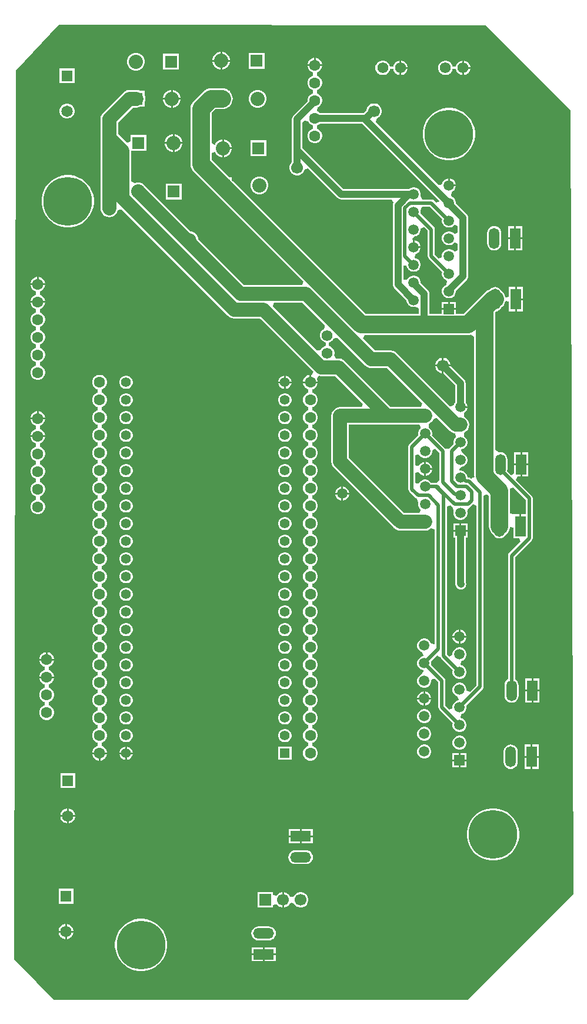
<source format=gbr>
%TF.GenerationSoftware,Altium Limited,Altium Designer,25.8.1 (18)*%
G04 Layer_Physical_Order=1*
G04 Layer_Color=255*
%FSLAX45Y45*%
%MOMM*%
%TF.SameCoordinates,1B6F2BE7-5339-4887-9720-52C865558AB3*%
%TF.FilePolarity,Positive*%
%TF.FileFunction,Copper,L1,Top,Signal*%
%TF.Part,Single*%
G01*
G75*
%TA.AperFunction,Conductor*%
%ADD10C,2.00000*%
%ADD11C,0.50000*%
%ADD12C,1.00000*%
%ADD13C,2.50000*%
%TA.AperFunction,ComponentPad*%
%ADD14C,1.60000*%
%ADD15O,1.50000X3.00000*%
%ADD16R,1.50000X3.00000*%
%ADD17C,1.39700*%
%ADD18C,1.50000*%
%ADD19C,1.57480*%
%ADD20O,3.00000X1.50000*%
%ADD21R,1.65000X1.65000*%
%ADD22C,1.70000*%
%ADD23R,1.39700X1.39700*%
%ADD24R,1.50000X1.50000*%
%ADD25C,1.65000*%
%ADD26C,2.03200*%
%ADD27R,3.00000X1.50000*%
%ADD28C,7.00000*%
%ADD29R,1.70000X1.70000*%
%ADD30R,1.77800X1.77800*%
%TA.AperFunction,ViaPad*%
%ADD31C,1.50000*%
%ADD32C,1.70000*%
G36*
X13398500Y14947899D02*
X14617700Y13728700D01*
X14655800Y2540000D01*
Y2463800D01*
X13131799Y939800D01*
X7175500D01*
X6680200Y1447800D01*
X6604000Y1524000D01*
X6629400Y14262100D01*
Y14300200D01*
X7251700Y14960600D01*
X7277100D01*
X13398500Y14947899D01*
D02*
G37*
%LPC*%
G36*
X9605220Y14566901D02*
X9601200D01*
Y14452600D01*
X9715500D01*
Y14456619D01*
X9706845Y14488921D01*
X9690125Y14517880D01*
X9666480Y14541525D01*
X9637520Y14558244D01*
X9605220Y14566901D01*
D02*
G37*
G36*
X9575800D02*
X9571780D01*
X9539480Y14558244D01*
X9510520Y14541525D01*
X9486875Y14517880D01*
X9470155Y14488921D01*
X9461500Y14456619D01*
Y14452600D01*
X9575800D01*
Y14566901D01*
D02*
G37*
G36*
X10948576Y14481799D02*
X10947400D01*
Y14389101D01*
X11040100D01*
Y14390276D01*
X11032917Y14417084D01*
X11019041Y14441116D01*
X10999417Y14460741D01*
X10975383Y14474617D01*
X10948576Y14481799D01*
D02*
G37*
G36*
X10922000D02*
X10920824D01*
X10894017Y14474617D01*
X10869983Y14460741D01*
X10850359Y14441116D01*
X10836483Y14417084D01*
X10829300Y14390276D01*
Y14389101D01*
X10922000D01*
Y14481799D01*
D02*
G37*
G36*
X13055600Y14442439D02*
X13054590D01*
X13028104Y14435342D01*
X13004356Y14421632D01*
X12984967Y14402243D01*
X12971257Y14378497D01*
X12968233Y14367212D01*
X12965875Y14358412D01*
X12916725D01*
X12911343Y14378497D01*
X12897633Y14402243D01*
X12878242Y14421632D01*
X12854497Y14435342D01*
X12828011Y14442439D01*
X12800591D01*
X12774103Y14435342D01*
X12750357Y14421632D01*
X12730967Y14402243D01*
X12717257Y14378497D01*
X12710160Y14352010D01*
Y14324590D01*
X12717257Y14298103D01*
X12730967Y14274358D01*
X12750357Y14254967D01*
X12774103Y14241257D01*
X12800591Y14234160D01*
X12828011D01*
X12854497Y14241257D01*
X12878242Y14254967D01*
X12897633Y14274358D01*
X12911343Y14298103D01*
X12914368Y14309389D01*
X12916725Y14318188D01*
X12965875D01*
X12971257Y14298103D01*
X12984967Y14274358D01*
X13004356Y14254967D01*
X13028104Y14241257D01*
X13054590Y14234160D01*
X13055600D01*
Y14338300D01*
Y14442439D01*
D02*
G37*
G36*
X12153900D02*
X12152890D01*
X12126403Y14435342D01*
X12102657Y14421632D01*
X12083267Y14402243D01*
X12069557Y14378497D01*
X12066533Y14367212D01*
X12064175Y14358412D01*
X12015025D01*
X12009643Y14378497D01*
X11995933Y14402243D01*
X11976543Y14421632D01*
X11952797Y14435342D01*
X11926310Y14442439D01*
X11898890D01*
X11872403Y14435342D01*
X11848657Y14421632D01*
X11829267Y14402243D01*
X11815557Y14378497D01*
X11808460Y14352010D01*
Y14324590D01*
X11815557Y14298103D01*
X11829267Y14274358D01*
X11848657Y14254967D01*
X11872403Y14241257D01*
X11898890Y14234160D01*
X11926310D01*
X11952797Y14241257D01*
X11976543Y14254967D01*
X11995933Y14274358D01*
X12009643Y14298103D01*
X12012667Y14309389D01*
X12015025Y14318188D01*
X12064175D01*
X12069557Y14298103D01*
X12083267Y14274358D01*
X12102657Y14254967D01*
X12126403Y14241257D01*
X12152890Y14234160D01*
X12153900D01*
Y14338300D01*
Y14442439D01*
D02*
G37*
G36*
X13082010D02*
X13081000D01*
Y14350999D01*
X13172440D01*
Y14352010D01*
X13165343Y14378497D01*
X13151633Y14402243D01*
X13132243Y14421632D01*
X13108498Y14435342D01*
X13082010Y14442439D01*
D02*
G37*
G36*
X12180310D02*
X12179300D01*
Y14350999D01*
X12270740D01*
Y14352010D01*
X12263643Y14378497D01*
X12249933Y14402243D01*
X12230543Y14421632D01*
X12206797Y14435342D01*
X12180310Y14442439D01*
D02*
G37*
G36*
X10210800Y14554201D02*
X9982200D01*
Y14325600D01*
X10210800D01*
Y14554201D01*
D02*
G37*
G36*
X9715500Y14427200D02*
X9601200D01*
Y14312900D01*
X9605220D01*
X9637520Y14321555D01*
X9666480Y14338275D01*
X9690125Y14361920D01*
X9706845Y14390880D01*
X9715500Y14423180D01*
Y14427200D01*
D02*
G37*
G36*
X9575800D02*
X9461500D01*
Y14423180D01*
X9470155Y14390880D01*
X9486875Y14361920D01*
X9510520Y14338275D01*
X9539480Y14321555D01*
X9571780Y14312900D01*
X9575800D01*
Y14427200D01*
D02*
G37*
G36*
X8978900Y14541499D02*
X8750300D01*
Y14312900D01*
X8978900D01*
Y14541499D01*
D02*
G37*
G36*
X8373320Y14554201D02*
X8339880D01*
X8307580Y14545544D01*
X8278620Y14528825D01*
X8254975Y14505180D01*
X8238255Y14476221D01*
X8229600Y14443919D01*
Y14410480D01*
X8238255Y14378180D01*
X8254975Y14349220D01*
X8278620Y14325575D01*
X8307580Y14308855D01*
X8339880Y14300200D01*
X8373320D01*
X8405620Y14308855D01*
X8434580Y14325575D01*
X8458225Y14349220D01*
X8474945Y14378180D01*
X8483600Y14410480D01*
Y14443919D01*
X8474945Y14476221D01*
X8458225Y14505180D01*
X8434580Y14528825D01*
X8405620Y14545544D01*
X8373320Y14554201D01*
D02*
G37*
G36*
X13172440Y14325600D02*
X13081000D01*
Y14234160D01*
X13082010D01*
X13108498Y14241257D01*
X13132243Y14254967D01*
X13151633Y14274358D01*
X13165343Y14298103D01*
X13172440Y14324590D01*
Y14325600D01*
D02*
G37*
G36*
X12270740D02*
X12179300D01*
Y14234160D01*
X12180310D01*
X12206797Y14241257D01*
X12230543Y14254967D01*
X12249933Y14274358D01*
X12263643Y14298103D01*
X12270740Y14324590D01*
Y14325600D01*
D02*
G37*
G36*
X7473900Y14331900D02*
X7258100D01*
Y14116100D01*
X7473900D01*
Y14331900D01*
D02*
G37*
G36*
X8894020Y14020799D02*
X8890000D01*
Y13906500D01*
X9004300D01*
Y13910519D01*
X8995645Y13942821D01*
X8978925Y13971780D01*
X8955280Y13995425D01*
X8926320Y14012144D01*
X8894020Y14020799D01*
D02*
G37*
G36*
X8864600D02*
X8860580D01*
X8828280Y14012144D01*
X8799320Y13995425D01*
X8775675Y13971780D01*
X8758955Y13942821D01*
X8750300Y13910519D01*
Y13906500D01*
X8864600D01*
Y14020799D01*
D02*
G37*
G36*
X10125920D02*
X10092480D01*
X10060180Y14012144D01*
X10031220Y13995425D01*
X10007575Y13971780D01*
X9990855Y13942821D01*
X9982200Y13910519D01*
Y13877080D01*
X9990855Y13844780D01*
X10007575Y13815820D01*
X10031220Y13792175D01*
X10060180Y13775455D01*
X10092480Y13766800D01*
X10125920D01*
X10158220Y13775455D01*
X10187180Y13792175D01*
X10210825Y13815820D01*
X10227545Y13844780D01*
X10236200Y13877080D01*
Y13910519D01*
X10227545Y13942821D01*
X10210825Y13971780D01*
X10187180Y13995425D01*
X10158220Y14012144D01*
X10125920Y14020799D01*
D02*
G37*
G36*
X9004300Y13881100D02*
X8890000D01*
Y13766800D01*
X8894020D01*
X8926320Y13775455D01*
X8955280Y13792175D01*
X8978925Y13815820D01*
X8995645Y13844780D01*
X9004300Y13877080D01*
Y13881100D01*
D02*
G37*
G36*
X8864600D02*
X8750300D01*
Y13877080D01*
X8758955Y13844780D01*
X8775675Y13815820D01*
X8799320Y13792175D01*
X8828280Y13775455D01*
X8860580Y13766800D01*
X8864600D01*
Y13881100D01*
D02*
G37*
G36*
X7380205Y13823900D02*
X7351795D01*
X7324352Y13816547D01*
X7299748Y13802341D01*
X7279659Y13782253D01*
X7265453Y13757648D01*
X7258100Y13730205D01*
Y13701794D01*
X7265453Y13674352D01*
X7279659Y13649748D01*
X7299748Y13629659D01*
X7324352Y13615453D01*
X7351795Y13608099D01*
X7380205D01*
X7407648Y13615453D01*
X7432252Y13629659D01*
X7452341Y13649748D01*
X7466547Y13674352D01*
X7473900Y13701794D01*
Y13730205D01*
X7466547Y13757648D01*
X7452341Y13782253D01*
X7432252Y13802341D01*
X7407648Y13816547D01*
X7380205Y13823900D01*
D02*
G37*
G36*
X8919420Y13385800D02*
X8915400D01*
Y13271500D01*
X9029700D01*
Y13275520D01*
X9021045Y13307820D01*
X9004325Y13336780D01*
X8980680Y13360425D01*
X8951720Y13377145D01*
X8919420Y13385800D01*
D02*
G37*
G36*
X8890000D02*
X8885980D01*
X8853680Y13377145D01*
X8824720Y13360425D01*
X8801075Y13336780D01*
X8784355Y13307820D01*
X8775700Y13275520D01*
Y13271500D01*
X8890000D01*
Y13385800D01*
D02*
G37*
G36*
X9630620Y13309599D02*
X9626600D01*
Y13195300D01*
X9740900D01*
Y13199319D01*
X9732245Y13231619D01*
X9715525Y13260580D01*
X9691880Y13284225D01*
X9662920Y13300945D01*
X9630620Y13309599D01*
D02*
G37*
G36*
X9029700Y13246100D02*
X8915400D01*
Y13131799D01*
X8919420D01*
X8951720Y13140456D01*
X8980680Y13157175D01*
X9004325Y13180820D01*
X9021045Y13209779D01*
X9029700Y13242081D01*
Y13246100D01*
D02*
G37*
G36*
X8890000D02*
X8775700D01*
Y13242081D01*
X8784355Y13209779D01*
X8801075Y13180820D01*
X8824720Y13157175D01*
X8853680Y13140456D01*
X8885980Y13131799D01*
X8890000D01*
Y13246100D01*
D02*
G37*
G36*
X10236200Y13296899D02*
X10007600D01*
Y13068300D01*
X10236200D01*
Y13296899D01*
D02*
G37*
G36*
X9740900Y13169901D02*
X9626600D01*
Y13055600D01*
X9630620D01*
X9662920Y13064255D01*
X9691880Y13080975D01*
X9715525Y13104620D01*
X9732245Y13133580D01*
X9740900Y13165880D01*
Y13169901D01*
D02*
G37*
G36*
X11040100Y14363699D02*
X10934700D01*
X10829300D01*
Y14362524D01*
X10836483Y14335716D01*
X10850359Y14311684D01*
X10869983Y14292059D01*
X10894017Y14278183D01*
X10904844Y14275282D01*
Y14223518D01*
X10894017Y14220618D01*
X10869983Y14206741D01*
X10850359Y14187117D01*
X10836483Y14163083D01*
X10829300Y14136276D01*
Y14108524D01*
X10836483Y14081717D01*
X10850359Y14057683D01*
X10869983Y14038058D01*
X10894017Y14024184D01*
X10904844Y14021281D01*
Y13969518D01*
X10894017Y13966617D01*
X10869983Y13952740D01*
X10850359Y13933118D01*
X10836483Y13909084D01*
X10829300Y13882275D01*
Y13856084D01*
X10626924Y13653706D01*
X10614838Y13637956D01*
X10607241Y13619615D01*
X10604649Y13599931D01*
Y13157201D01*
Y12983279D01*
X10592358Y12970987D01*
X10577824Y12945813D01*
X10570300Y12917734D01*
Y12888666D01*
X10577824Y12860587D01*
X10592358Y12835413D01*
X10612913Y12814857D01*
X10638087Y12800323D01*
X10666166Y12792800D01*
X10695234D01*
X10723313Y12800323D01*
X10748487Y12814857D01*
X10769042Y12835413D01*
X10783576Y12860587D01*
X10786846Y12872791D01*
X10826831Y12889082D01*
X10841100Y12889249D01*
X11261924Y12468424D01*
X11277675Y12456338D01*
X11285272Y12453191D01*
X11296017Y12448741D01*
X11315700Y12446149D01*
X12038213D01*
X12065438Y12399754D01*
X12057841Y12381413D01*
X12055249Y12361729D01*
Y11224000D01*
X12057841Y11204317D01*
X12065438Y11185975D01*
X12077524Y11170224D01*
X12256700Y10991048D01*
Y10984982D01*
X12263542Y10959447D01*
X12276760Y10936553D01*
X12295453Y10917860D01*
X12318347Y10904642D01*
X12343882Y10897800D01*
X12370318D01*
X12381449Y10900783D01*
X12418995Y10880468D01*
X12431449Y10867459D01*
Y10796928D01*
X11667199D01*
X9740900Y12723227D01*
Y12763500D01*
X9700627D01*
X9447528Y13016599D01*
Y13107317D01*
X9492887Y13131493D01*
X9497528Y13130164D01*
X9512275Y13104620D01*
X9535920Y13080975D01*
X9564880Y13064255D01*
X9597180Y13055600D01*
X9601200D01*
Y13182600D01*
Y13309599D01*
X9597180D01*
X9564880Y13300945D01*
X9535920Y13284225D01*
X9512275Y13260580D01*
X9497528Y13235037D01*
X9492887Y13233708D01*
X9447528Y13257883D01*
Y13684753D01*
X9505446Y13742673D01*
X9601200D01*
X9630684Y13745576D01*
X9659034Y13754176D01*
X9685162Y13768143D01*
X9699002Y13779500D01*
X9715500D01*
Y13795998D01*
X9726858Y13809837D01*
X9740824Y13835966D01*
X9749424Y13864316D01*
X9752328Y13893800D01*
X9749424Y13923283D01*
X9740824Y13951634D01*
X9726858Y13977762D01*
X9715500Y13991602D01*
Y14008099D01*
X9699002D01*
X9685162Y14019458D01*
X9659034Y14033424D01*
X9630684Y14042024D01*
X9601200Y14044928D01*
X9442847D01*
X9413363Y14042024D01*
X9385013Y14033424D01*
X9358885Y14019458D01*
X9335983Y14000664D01*
X9189537Y13854218D01*
X9170742Y13831316D01*
X9156776Y13805186D01*
X9148176Y13776837D01*
X9145272Y13747353D01*
Y12953999D01*
X9148176Y12924516D01*
X9156776Y12896165D01*
X9170742Y12870038D01*
X9189537Y12847137D01*
X10773091Y11263582D01*
X10752380Y11213582D01*
X9920291D01*
X9254792Y11879081D01*
X9252840Y11893904D01*
X9240205Y11924409D01*
X9220104Y11950604D01*
X9193909Y11970705D01*
X9163404Y11983340D01*
X9148581Y11985292D01*
X8497325Y12636548D01*
X8496325Y12638280D01*
X8472680Y12661925D01*
X8443720Y12678645D01*
X8411420Y12687300D01*
X8377980D01*
X8345680Y12678645D01*
X8344182Y12677780D01*
X8294182Y12706648D01*
Y13142900D01*
X8295585Y13144501D01*
X8509000D01*
Y13373100D01*
X8280400D01*
Y13279784D01*
X8230400Y13259073D01*
X8102082Y13387392D01*
Y13549309D01*
X8320091Y13767319D01*
X8369300D01*
X8402036Y13771628D01*
X8421041Y13779500D01*
X8483600D01*
Y13842059D01*
X8491472Y13861064D01*
X8495782Y13893800D01*
X8491472Y13926537D01*
X8483600Y13945541D01*
Y14008099D01*
X8421041D01*
X8402036Y14015971D01*
X8369300Y14020282D01*
X8267702D01*
X8267700Y14020282D01*
X8234964Y14015971D01*
X8204459Y14003337D01*
X8178264Y13983237D01*
X8178263Y13983235D01*
X7886164Y13691136D01*
X7866063Y13664941D01*
X7853428Y13634436D01*
X7849118Y13601700D01*
X7849118Y13601698D01*
Y13335002D01*
X7849118Y13335001D01*
X7849118Y13334998D01*
Y12319000D01*
X7853428Y12286264D01*
X7866063Y12255759D01*
X7886164Y12229564D01*
X7912359Y12209463D01*
X7942864Y12196828D01*
X7975600Y12192518D01*
X8008336Y12196828D01*
X8038841Y12209463D01*
X8065036Y12229564D01*
X8085137Y12255759D01*
X8097772Y12286264D01*
X8097813Y12286576D01*
X8150604Y12304496D01*
X9682836Y10772264D01*
X9682837Y10772263D01*
X9709033Y10752163D01*
X9739538Y10739528D01*
X9772274Y10735218D01*
X9772276Y10735218D01*
X10145912D01*
X10914842Y9966288D01*
X10888960Y9921459D01*
X10885076Y9922500D01*
X10883900D01*
Y9829800D01*
X10976600D01*
Y9830976D01*
X10969417Y9857783D01*
X10962840Y9869175D01*
X10994411Y9910217D01*
X10995207Y9909888D01*
X11027943Y9905578D01*
X11226149D01*
X11624551Y9507176D01*
X11605417Y9460982D01*
X11299473D01*
X11266737Y9456672D01*
X11236232Y9444037D01*
X11210037Y9423936D01*
X11189937Y9397741D01*
X11177301Y9367236D01*
X11172991Y9334500D01*
Y8677629D01*
X11172991Y8677627D01*
X11177301Y8644891D01*
X11189937Y8614386D01*
X11210037Y8588190D01*
X12077163Y7721065D01*
X12077164Y7721064D01*
X12103359Y7700963D01*
X12133864Y7688328D01*
X12166600Y7684018D01*
X12522200D01*
X12554936Y7688328D01*
X12585441Y7700963D01*
X12611636Y7721064D01*
X12661313Y7703669D01*
Y6050237D01*
X12658830Y6048301D01*
X12653179Y6048003D01*
X12603729Y6068747D01*
X12603058Y6071253D01*
X12589840Y6094147D01*
X12571147Y6112840D01*
X12548253Y6126058D01*
X12522718Y6132900D01*
X12496282D01*
X12470747Y6126058D01*
X12447853Y6112840D01*
X12429160Y6094147D01*
X12415942Y6071253D01*
X12409100Y6045718D01*
Y6019282D01*
X12415942Y5993747D01*
X12429160Y5970853D01*
X12447853Y5952160D01*
X12470747Y5938942D01*
X12474964Y5937812D01*
X12497945Y5892164D01*
X12498365Y5882100D01*
X12497108Y5880170D01*
X12493025Y5878027D01*
X12470747Y5872058D01*
X12447853Y5858840D01*
X12429160Y5840147D01*
X12415942Y5817253D01*
X12409100Y5791718D01*
Y5765282D01*
X12415942Y5739747D01*
X12429160Y5716853D01*
X12447853Y5698160D01*
X12470747Y5684942D01*
X12493025Y5678973D01*
X12497108Y5676830D01*
X12498365Y5674900D01*
X12497945Y5664836D01*
X12474964Y5619188D01*
X12470747Y5618058D01*
X12447853Y5604840D01*
X12429160Y5586147D01*
X12415942Y5563253D01*
X12409100Y5537718D01*
Y5511282D01*
X12415942Y5485747D01*
X12429160Y5462853D01*
X12447853Y5444160D01*
X12470747Y5430942D01*
X12496282Y5424100D01*
X12522718D01*
X12548253Y5430942D01*
X12571147Y5444160D01*
X12589840Y5462853D01*
X12603058Y5485747D01*
X12609900Y5511282D01*
Y5534717D01*
X12617175Y5541168D01*
X12655827Y5559500D01*
X12712113Y5503215D01*
Y5143500D01*
X12716024Y5123835D01*
X12727164Y5107164D01*
X12920166Y4914161D01*
X12917101Y4902718D01*
Y4876282D01*
X12923943Y4850747D01*
X12937160Y4827853D01*
X12955853Y4809160D01*
X12978748Y4795942D01*
X13004282Y4789100D01*
X13030717D01*
X13056253Y4795942D01*
X13079147Y4809160D01*
X13097839Y4827853D01*
X13111058Y4850747D01*
X13117900Y4876282D01*
Y4902718D01*
X13111058Y4928253D01*
X13097839Y4951147D01*
X13079147Y4969840D01*
X13056253Y4983058D01*
X13033975Y4989027D01*
X13029892Y4991170D01*
X13028635Y4993100D01*
X13029054Y5003164D01*
X13052036Y5048812D01*
X13056253Y5049942D01*
X13079147Y5063160D01*
X13097839Y5081853D01*
X13111058Y5104747D01*
X13117900Y5130282D01*
Y5156718D01*
X13114835Y5168161D01*
X13349597Y5402924D01*
X13360736Y5419596D01*
X13364648Y5439261D01*
Y8187544D01*
X13411188Y8208004D01*
X13442673Y8183058D01*
Y7747000D01*
X13445576Y7717516D01*
X13454176Y7689166D01*
X13468143Y7663038D01*
X13486937Y7640137D01*
X13504192Y7625976D01*
X13506100Y7621367D01*
X13522194Y7600394D01*
X13543167Y7584301D01*
X13567590Y7574184D01*
X13593800Y7570734D01*
X13620010Y7574184D01*
X13644434Y7584301D01*
X13665405Y7600394D01*
X13681499Y7621367D01*
X13683408Y7625976D01*
X13700664Y7640137D01*
X13719458Y7663038D01*
X13733424Y7689166D01*
X13742024Y7717516D01*
X13743401Y7731491D01*
X13793401Y7729034D01*
Y7571600D01*
X13876675D01*
X13895810Y7525406D01*
X13730464Y7360060D01*
X13719324Y7343389D01*
X13715413Y7323724D01*
Y5546921D01*
X13695193Y5531406D01*
X13679102Y5510433D01*
X13668983Y5486010D01*
X13665533Y5459800D01*
Y5309800D01*
X13668983Y5283590D01*
X13679102Y5259167D01*
X13695193Y5238194D01*
X13716167Y5222101D01*
X13740590Y5211984D01*
X13766800Y5208534D01*
X13793010Y5211984D01*
X13817433Y5222101D01*
X13838406Y5238194D01*
X13854498Y5259167D01*
X13864616Y5283590D01*
X13868066Y5309800D01*
Y5459800D01*
X13864616Y5486010D01*
X13854498Y5510433D01*
X13838406Y5531406D01*
X13818187Y5546921D01*
Y7302439D01*
X14055536Y7539788D01*
X14066676Y7556459D01*
X14070587Y7576124D01*
Y8148300D01*
X14066676Y8167965D01*
X14055536Y8184636D01*
X13829573Y8410600D01*
X13850282Y8460600D01*
X13893800D01*
Y8623300D01*
X13806100D01*
Y8504783D01*
X13756100Y8484072D01*
X13704440Y8535733D01*
X13707767Y8561000D01*
Y8711000D01*
X13704317Y8737210D01*
X13694199Y8761633D01*
X13678107Y8782606D01*
X13657133Y8798699D01*
X13632710Y8808816D01*
X13606500Y8812266D01*
X13582228Y8809071D01*
X13579980Y8809019D01*
X13532228Y8840388D01*
Y10824101D01*
X13544650Y10836523D01*
X13556509Y10838084D01*
X13580933Y10848201D01*
X13601906Y10864294D01*
X13617999Y10885267D01*
X13619908Y10889876D01*
X13637163Y10904037D01*
X13655959Y10926938D01*
X13669923Y10953066D01*
X13677545Y10978190D01*
X13678523Y10981416D01*
X13679901Y10985109D01*
X13729900Y10976096D01*
Y10835500D01*
X13817599D01*
Y11010900D01*
Y11186300D01*
X13729900D01*
Y11045704D01*
X13679901Y11036691D01*
X13678523Y11040384D01*
X13677963Y11042229D01*
X13669923Y11068734D01*
X13655959Y11094862D01*
X13637163Y11117763D01*
X13619908Y11131924D01*
X13617999Y11136533D01*
X13601906Y11157506D01*
X13580933Y11173599D01*
X13556509Y11183716D01*
X13530299Y11187166D01*
X13504089Y11183716D01*
X13479668Y11173599D01*
X13458694Y11157506D01*
X13455116Y11152845D01*
X13447466Y11150524D01*
X13421338Y11136558D01*
X13398438Y11117763D01*
X13077602Y10796928D01*
X12965500D01*
Y10858500D01*
X12865100D01*
X12764700D01*
Y10796928D01*
X12583551D01*
Y11088270D01*
X12580959Y11107954D01*
X12573362Y11126296D01*
X12561276Y11142046D01*
X12457500Y11245822D01*
Y11265418D01*
X12450658Y11290953D01*
X12437440Y11313847D01*
X12418747Y11332540D01*
X12395853Y11345758D01*
X12370318Y11352600D01*
X12343882D01*
X12318347Y11345758D01*
X12295453Y11332540D01*
X12276760Y11313847D01*
X12263542Y11290953D01*
X12212590Y11293983D01*
X12207350Y11296374D01*
Y11491412D01*
X12256700Y11492982D01*
X12263542Y11467447D01*
X12276760Y11444553D01*
X12295453Y11425860D01*
X12318347Y11412642D01*
X12343882Y11405800D01*
X12370318D01*
X12395853Y11412642D01*
X12418747Y11425860D01*
X12437440Y11444553D01*
X12450658Y11467447D01*
X12457500Y11492982D01*
Y11519418D01*
X12450658Y11544953D01*
X12437440Y11567847D01*
X12418747Y11586540D01*
X12395853Y11599758D01*
X12373575Y11605727D01*
X12369492Y11607870D01*
X12368235Y11609800D01*
X12368655Y11619864D01*
X12391636Y11665512D01*
X12395853Y11666642D01*
X12418747Y11679860D01*
X12437440Y11698553D01*
X12450658Y11721447D01*
X12457500Y11746982D01*
Y11747500D01*
X12357100D01*
Y11760200D01*
X12344400D01*
Y11860600D01*
X12343882D01*
X12339243Y11878254D01*
X12370318Y11913800D01*
X12395853Y11920642D01*
X12418747Y11933860D01*
X12437440Y11952553D01*
X12450658Y11975447D01*
X12457500Y12000982D01*
Y12024417D01*
X12464775Y12030868D01*
X12503427Y12049200D01*
X12559712Y11992915D01*
Y11633200D01*
X12563624Y11613535D01*
X12574764Y11596864D01*
X12767766Y11403861D01*
X12764700Y11392418D01*
Y11365982D01*
X12771542Y11340447D01*
X12784760Y11317553D01*
X12803453Y11298860D01*
X12826347Y11285642D01*
X12832185Y11284078D01*
X12837234Y11270047D01*
X12826347Y11218758D01*
X12803453Y11205540D01*
X12784760Y11186847D01*
X12771542Y11163953D01*
X12764700Y11138418D01*
Y11111982D01*
X12771542Y11086447D01*
X12784760Y11063553D01*
X12803453Y11044860D01*
X12826347Y11031642D01*
X12851881Y11024800D01*
X12878317D01*
X12903853Y11031642D01*
X12926747Y11044860D01*
X12945441Y11063553D01*
X12958658Y11086447D01*
X12965500Y11111982D01*
Y11131578D01*
X13122076Y11288154D01*
X13134161Y11303904D01*
X13141759Y11322246D01*
X13144351Y11341930D01*
Y12178470D01*
X13141759Y12198154D01*
X13134161Y12216496D01*
X13122076Y12232246D01*
X12965500Y12388822D01*
Y12408418D01*
X12958658Y12433953D01*
X12945441Y12456847D01*
X12926747Y12475540D01*
X12903853Y12488758D01*
X12903578Y12488832D01*
X12898135Y12503205D01*
X12903853Y12555642D01*
X12926747Y12568860D01*
X12945441Y12587553D01*
X12958658Y12610447D01*
X12965500Y12635982D01*
Y12636500D01*
X12865100D01*
Y12649200D01*
X12852400D01*
Y12749600D01*
X12851881D01*
X12826347Y12742758D01*
X12803453Y12729540D01*
X12784760Y12710847D01*
X12771542Y12687953D01*
X12767118Y12671444D01*
X12740000Y12657840D01*
X12714700Y12653151D01*
X11810165Y13557687D01*
X11826025Y13612537D01*
X11828213Y13613124D01*
X11853387Y13627658D01*
X11873942Y13648213D01*
X11888476Y13673387D01*
X11896000Y13701466D01*
Y13730534D01*
X11888476Y13758614D01*
X11873942Y13783788D01*
X11853387Y13804343D01*
X11828213Y13818877D01*
X11800134Y13826401D01*
X11771066D01*
X11742987Y13818877D01*
X11717813Y13804343D01*
X11697258Y13783788D01*
X11682724Y13758614D01*
X11675771Y13732664D01*
X11633557Y13690451D01*
X11007707D01*
X10999417Y13698741D01*
X10975383Y13712617D01*
X10972438Y13713406D01*
X10969818Y13719997D01*
X10975383Y13770183D01*
X10999417Y13784059D01*
X11019041Y13803683D01*
X11032917Y13827718D01*
X11040100Y13854524D01*
Y13882275D01*
X11032917Y13909084D01*
X11019041Y13933118D01*
X10999417Y13952740D01*
X10975383Y13966617D01*
X10964556Y13969518D01*
Y14021281D01*
X10975383Y14024184D01*
X10999417Y14038058D01*
X11019041Y14057683D01*
X11032917Y14081717D01*
X11040100Y14108524D01*
Y14136276D01*
X11032917Y14163083D01*
X11019041Y14187117D01*
X10999417Y14206741D01*
X10975383Y14220618D01*
X10964556Y14223518D01*
Y14275282D01*
X10975383Y14278183D01*
X10999417Y14292059D01*
X11019041Y14311684D01*
X11032917Y14335716D01*
X11040100Y14362524D01*
Y14363699D01*
D02*
G37*
G36*
X12894646Y13761200D02*
X12835555D01*
X12777194Y13751956D01*
X12720996Y13733698D01*
X12668348Y13706871D01*
X12620543Y13672139D01*
X12578761Y13630357D01*
X12544029Y13582552D01*
X12517203Y13529904D01*
X12498944Y13473706D01*
X12489700Y13415344D01*
Y13356255D01*
X12498944Y13297894D01*
X12517203Y13241696D01*
X12544029Y13189047D01*
X12578761Y13141243D01*
X12620543Y13099461D01*
X12668348Y13064729D01*
X12720996Y13037903D01*
X12777194Y13019644D01*
X12835555Y13010400D01*
X12894646D01*
X12953006Y13019644D01*
X13009204Y13037903D01*
X13061852Y13064729D01*
X13109657Y13099461D01*
X13151439Y13141243D01*
X13186171Y13189047D01*
X13212997Y13241696D01*
X13231256Y13297894D01*
X13240500Y13356255D01*
Y13415344D01*
X13231256Y13473706D01*
X13212997Y13529904D01*
X13186171Y13582552D01*
X13151439Y13630357D01*
X13109657Y13672139D01*
X13061852Y13706871D01*
X13009204Y13733698D01*
X12953006Y13751956D01*
X12894646Y13761200D01*
D02*
G37*
G36*
X12878317Y12749600D02*
X12877800D01*
Y12661900D01*
X12965500D01*
Y12662418D01*
X12958658Y12687953D01*
X12945441Y12710847D01*
X12926747Y12729540D01*
X12903853Y12742758D01*
X12878317Y12749600D01*
D02*
G37*
G36*
X10151320Y12776200D02*
X10117880D01*
X10085580Y12767545D01*
X10056620Y12750825D01*
X10032975Y12727180D01*
X10016255Y12698220D01*
X10007600Y12665920D01*
Y12632480D01*
X10016255Y12600180D01*
X10032975Y12571220D01*
X10056620Y12547575D01*
X10085580Y12530855D01*
X10117880Y12522200D01*
X10151320D01*
X10183620Y12530855D01*
X10212580Y12547575D01*
X10236225Y12571220D01*
X10252945Y12600180D01*
X10261600Y12632480D01*
Y12665920D01*
X10252945Y12698220D01*
X10236225Y12727180D01*
X10212580Y12750825D01*
X10183620Y12767545D01*
X10151320Y12776200D01*
D02*
G37*
G36*
X9017000Y12674600D02*
X8788400D01*
Y12446000D01*
X9017000D01*
Y12674600D01*
D02*
G37*
G36*
X7408245Y12796000D02*
X7349155D01*
X7290794Y12786756D01*
X7234596Y12768497D01*
X7181948Y12741671D01*
X7134143Y12706939D01*
X7092361Y12665157D01*
X7057629Y12617352D01*
X7030803Y12564704D01*
X7012544Y12508506D01*
X7003300Y12450145D01*
Y12391055D01*
X7012544Y12332694D01*
X7030803Y12276496D01*
X7057629Y12223848D01*
X7092361Y12176043D01*
X7134143Y12134261D01*
X7181948Y12099529D01*
X7234596Y12072703D01*
X7290794Y12054444D01*
X7349155Y12045200D01*
X7408245D01*
X7466606Y12054444D01*
X7522804Y12072703D01*
X7575452Y12099529D01*
X7623257Y12134261D01*
X7665039Y12176043D01*
X7699771Y12223848D01*
X7726597Y12276496D01*
X7744856Y12332694D01*
X7754100Y12391055D01*
Y12450145D01*
X7744856Y12508506D01*
X7726597Y12564704D01*
X7699771Y12617352D01*
X7665039Y12665157D01*
X7623257Y12706939D01*
X7575452Y12741671D01*
X7522804Y12768497D01*
X7466606Y12786756D01*
X7408245Y12796000D01*
D02*
G37*
G36*
X13917999Y12062600D02*
X13830299D01*
Y11899900D01*
X13917999D01*
Y12062600D01*
D02*
G37*
G36*
X13804900D02*
X13717200D01*
Y11899900D01*
X13804900D01*
Y12062600D01*
D02*
G37*
G36*
X12370318Y11860600D02*
X12369800D01*
Y11772900D01*
X12457500D01*
Y11773418D01*
X12450658Y11798953D01*
X12437440Y11821847D01*
X12418747Y11840540D01*
X12395853Y11853758D01*
X12370318Y11860600D01*
D02*
G37*
G36*
X13917999Y11874500D02*
X13830299D01*
Y11711800D01*
X13917999D01*
Y11874500D01*
D02*
G37*
G36*
X13804900D02*
X13717200D01*
Y11711800D01*
X13804900D01*
Y11874500D01*
D02*
G37*
G36*
X13517599Y12063466D02*
X13491389Y12060016D01*
X13466966Y12049899D01*
X13445995Y12033806D01*
X13429901Y12012833D01*
X13419785Y11988410D01*
X13416335Y11962200D01*
Y11812200D01*
X13419785Y11785990D01*
X13429901Y11761567D01*
X13445995Y11740594D01*
X13466966Y11724501D01*
X13491389Y11714384D01*
X13517599Y11710934D01*
X13543810Y11714384D01*
X13568233Y11724501D01*
X13589206Y11740594D01*
X13605299Y11761567D01*
X13615416Y11785990D01*
X13618866Y11812200D01*
Y11962200D01*
X13615416Y11988410D01*
X13605299Y12012833D01*
X13589206Y12033806D01*
X13568233Y12049899D01*
X13543810Y12060016D01*
X13517599Y12063466D01*
D02*
G37*
G36*
X6960776Y11332200D02*
X6959600D01*
Y11239500D01*
X7052300D01*
Y11240676D01*
X7045117Y11267483D01*
X7031241Y11291517D01*
X7011617Y11311141D01*
X6987583Y11325017D01*
X6960776Y11332200D01*
D02*
G37*
G36*
X6934200D02*
X6933024D01*
X6906217Y11325017D01*
X6882183Y11311141D01*
X6862559Y11291517D01*
X6848683Y11267483D01*
X6841500Y11240676D01*
Y11239500D01*
X6934200D01*
Y11332200D01*
D02*
G37*
G36*
X13930701Y11186300D02*
X13842999D01*
Y11023600D01*
X13930701D01*
Y11186300D01*
D02*
G37*
G36*
X7052300Y11214100D02*
X6946900D01*
X6841500D01*
Y11212924D01*
X6848683Y11186117D01*
X6862559Y11162083D01*
X6882183Y11142459D01*
X6906217Y11128583D01*
X6917044Y11125682D01*
Y11073918D01*
X6906217Y11071017D01*
X6882183Y11057141D01*
X6862559Y11037517D01*
X6848683Y11013483D01*
X6841500Y10986676D01*
Y10985500D01*
X6946900D01*
X7052300D01*
Y10986676D01*
X7045117Y11013483D01*
X7031241Y11037517D01*
X7011617Y11057141D01*
X6987583Y11071017D01*
X6976756Y11073918D01*
Y11125682D01*
X6987583Y11128583D01*
X7011617Y11142459D01*
X7031241Y11162083D01*
X7045117Y11186117D01*
X7052300Y11212924D01*
Y11214100D01*
D02*
G37*
G36*
X12965500Y10971600D02*
X12877800D01*
Y10883900D01*
X12965500D01*
Y10971600D01*
D02*
G37*
G36*
X12852400D02*
X12764700D01*
Y10883900D01*
X12852400D01*
Y10971600D01*
D02*
G37*
G36*
X13930701Y10998200D02*
X13842999D01*
Y10835500D01*
X13930701D01*
Y10998200D01*
D02*
G37*
G36*
X7052300Y10960100D02*
X6946900D01*
X6841500D01*
Y10958924D01*
X6848683Y10932117D01*
X6862559Y10908083D01*
X6882183Y10888459D01*
X6906217Y10874583D01*
X6917044Y10871682D01*
Y10819918D01*
X6906217Y10817017D01*
X6882183Y10803141D01*
X6862559Y10783517D01*
X6848683Y10759483D01*
X6841500Y10732676D01*
Y10704924D01*
X6848683Y10678117D01*
X6862559Y10654083D01*
X6882183Y10634459D01*
X6906217Y10620583D01*
X6917044Y10617682D01*
Y10565918D01*
X6906217Y10563017D01*
X6882183Y10549141D01*
X6862559Y10529517D01*
X6848683Y10505483D01*
X6841500Y10478676D01*
Y10450924D01*
X6848683Y10424117D01*
X6862559Y10400083D01*
X6882183Y10380459D01*
X6906217Y10366583D01*
X6917044Y10363682D01*
Y10311918D01*
X6906217Y10309017D01*
X6882183Y10295141D01*
X6862559Y10275517D01*
X6848683Y10251483D01*
X6841500Y10224676D01*
Y10196924D01*
X6848683Y10170117D01*
X6862559Y10146083D01*
X6882183Y10126459D01*
X6906217Y10112583D01*
X6917044Y10109682D01*
Y10057918D01*
X6906217Y10055017D01*
X6882183Y10041141D01*
X6862559Y10021517D01*
X6848683Y9997483D01*
X6841500Y9970676D01*
Y9942924D01*
X6848683Y9916117D01*
X6862559Y9892083D01*
X6882183Y9872459D01*
X6906217Y9858583D01*
X6933024Y9851400D01*
X6960776D01*
X6987583Y9858583D01*
X7011617Y9872459D01*
X7031241Y9892083D01*
X7045117Y9916117D01*
X7052300Y9942924D01*
Y9970676D01*
X7045117Y9997483D01*
X7031241Y10021517D01*
X7011617Y10041141D01*
X6987583Y10055017D01*
X6976756Y10057918D01*
Y10109682D01*
X6987583Y10112583D01*
X7011617Y10126459D01*
X7031241Y10146083D01*
X7045117Y10170117D01*
X7052300Y10196924D01*
Y10224676D01*
X7045117Y10251483D01*
X7031241Y10275517D01*
X7011617Y10295141D01*
X6987583Y10309017D01*
X6976756Y10311918D01*
Y10363682D01*
X6987583Y10366583D01*
X7011617Y10380459D01*
X7031241Y10400083D01*
X7045117Y10424117D01*
X7052300Y10450924D01*
Y10478676D01*
X7045117Y10505483D01*
X7031241Y10529517D01*
X7011617Y10549141D01*
X6987583Y10563017D01*
X6976756Y10565918D01*
Y10617682D01*
X6987583Y10620583D01*
X7011617Y10634459D01*
X7031241Y10654083D01*
X7045117Y10678117D01*
X7052300Y10704924D01*
Y10732676D01*
X7045117Y10759483D01*
X7031241Y10783517D01*
X7011617Y10803141D01*
X6987583Y10817017D01*
X6976756Y10819918D01*
Y10871682D01*
X6987583Y10874583D01*
X7011617Y10888459D01*
X7031241Y10908083D01*
X7045117Y10932117D01*
X7052300Y10958924D01*
Y10960100D01*
D02*
G37*
G36*
X10515600Y9912307D02*
Y9829800D01*
X10598107D01*
X10591659Y9853865D01*
X10579119Y9875585D01*
X10561385Y9893319D01*
X10539665Y9905859D01*
X10515600Y9912307D01*
D02*
G37*
G36*
X10858500Y9922500D02*
X10857324D01*
X10830517Y9915317D01*
X10806483Y9901441D01*
X10786859Y9881817D01*
X10772983Y9857783D01*
X10765800Y9830976D01*
Y9829800D01*
X10858500D01*
Y9922500D01*
D02*
G37*
G36*
X10490200Y9912307D02*
X10466135Y9905859D01*
X10444415Y9893319D01*
X10426681Y9875585D01*
X10414141Y9853865D01*
X10407693Y9829800D01*
X10490200D01*
Y9912307D01*
D02*
G37*
G36*
X10598107Y9804400D02*
X10515600D01*
Y9721893D01*
X10539665Y9728341D01*
X10561385Y9740881D01*
X10579119Y9758615D01*
X10591659Y9780335D01*
X10598107Y9804400D01*
D02*
G37*
G36*
X10490200D02*
X10407693D01*
X10414141Y9780335D01*
X10426681Y9758615D01*
X10444415Y9740881D01*
X10466135Y9728341D01*
X10490200Y9721893D01*
Y9804400D01*
D02*
G37*
G36*
X8229440Y9912350D02*
X8204360D01*
X8180135Y9905859D01*
X8158415Y9893319D01*
X8140681Y9875585D01*
X8128141Y9853865D01*
X8121650Y9829640D01*
Y9804560D01*
X8128141Y9780335D01*
X8140681Y9758615D01*
X8158415Y9740881D01*
X8180135Y9728341D01*
X8204360Y9721850D01*
X8229440D01*
X8253665Y9728341D01*
X8275385Y9740881D01*
X8293119Y9758615D01*
X8305659Y9780335D01*
X8312150Y9804560D01*
Y9829640D01*
X8305659Y9853865D01*
X8293119Y9875585D01*
X8275385Y9893319D01*
X8253665Y9905859D01*
X8229440Y9912350D01*
D02*
G37*
G36*
X10515440Y9658350D02*
X10490360D01*
X10466135Y9651859D01*
X10444415Y9639319D01*
X10426681Y9621585D01*
X10414141Y9599865D01*
X10407650Y9575640D01*
Y9550560D01*
X10414141Y9526335D01*
X10426681Y9504615D01*
X10444415Y9486881D01*
X10466135Y9474341D01*
X10490360Y9467850D01*
X10515440D01*
X10539665Y9474341D01*
X10561385Y9486881D01*
X10579119Y9504615D01*
X10591659Y9526335D01*
X10598150Y9550560D01*
Y9575640D01*
X10591659Y9599865D01*
X10579119Y9621585D01*
X10561385Y9639319D01*
X10539665Y9651859D01*
X10515440Y9658350D01*
D02*
G37*
G36*
X8229440D02*
X8204360D01*
X8180135Y9651859D01*
X8158415Y9639319D01*
X8140681Y9621585D01*
X8128141Y9599865D01*
X8121650Y9575640D01*
Y9550560D01*
X8128141Y9526335D01*
X8140681Y9504615D01*
X8158415Y9486881D01*
X8180135Y9474341D01*
X8204360Y9467850D01*
X8229440D01*
X8253665Y9474341D01*
X8275385Y9486881D01*
X8293119Y9504615D01*
X8305659Y9526335D01*
X8312150Y9550560D01*
Y9575640D01*
X8305659Y9599865D01*
X8293119Y9621585D01*
X8275385Y9639319D01*
X8253665Y9651859D01*
X8229440Y9658350D01*
D02*
G37*
G36*
X6960776Y9401800D02*
X6959600D01*
Y9309100D01*
X7052300D01*
Y9310276D01*
X7045117Y9337083D01*
X7031241Y9361117D01*
X7011617Y9380741D01*
X6987583Y9394617D01*
X6960776Y9401800D01*
D02*
G37*
G36*
X6934200D02*
X6933024D01*
X6906217Y9394617D01*
X6882183Y9380741D01*
X6862559Y9361117D01*
X6848683Y9337083D01*
X6841500Y9310276D01*
Y9309100D01*
X6934200D01*
Y9401800D01*
D02*
G37*
G36*
X10515440Y9404350D02*
X10490360D01*
X10466135Y9397859D01*
X10444415Y9385319D01*
X10426681Y9367585D01*
X10414141Y9345865D01*
X10407650Y9321640D01*
Y9296560D01*
X10414141Y9272335D01*
X10426681Y9250615D01*
X10444415Y9232881D01*
X10466135Y9220341D01*
X10490360Y9213850D01*
X10515440D01*
X10539665Y9220341D01*
X10561385Y9232881D01*
X10579119Y9250615D01*
X10591659Y9272335D01*
X10598150Y9296560D01*
Y9321640D01*
X10591659Y9345865D01*
X10579119Y9367585D01*
X10561385Y9385319D01*
X10539665Y9397859D01*
X10515440Y9404350D01*
D02*
G37*
G36*
X8229440D02*
X8204360D01*
X8180135Y9397859D01*
X8158415Y9385319D01*
X8140681Y9367585D01*
X8128141Y9345865D01*
X8121650Y9321640D01*
Y9296560D01*
X8128141Y9272335D01*
X8140681Y9250615D01*
X8158415Y9232881D01*
X8180135Y9220341D01*
X8204360Y9213850D01*
X8229440D01*
X8253665Y9220341D01*
X8275385Y9232881D01*
X8293119Y9250615D01*
X8305659Y9272335D01*
X8312150Y9296560D01*
Y9321640D01*
X8305659Y9345865D01*
X8293119Y9367585D01*
X8275385Y9385319D01*
X8253665Y9397859D01*
X8229440Y9404350D01*
D02*
G37*
G36*
X7052300Y9283700D02*
X6946900D01*
X6841500D01*
Y9282524D01*
X6848683Y9255717D01*
X6862559Y9231683D01*
X6882183Y9212059D01*
X6906217Y9198183D01*
X6917044Y9195282D01*
Y9143518D01*
X6906217Y9140617D01*
X6882183Y9126741D01*
X6862559Y9107117D01*
X6848683Y9083083D01*
X6841500Y9056276D01*
Y9055100D01*
X6946900D01*
X7052300D01*
Y9056276D01*
X7045117Y9083083D01*
X7031241Y9107117D01*
X7011617Y9126741D01*
X6987583Y9140617D01*
X6976756Y9143518D01*
Y9195282D01*
X6987583Y9198183D01*
X7011617Y9212059D01*
X7031241Y9231683D01*
X7045117Y9255717D01*
X7052300Y9282524D01*
Y9283700D01*
D02*
G37*
G36*
X10515440Y9150350D02*
X10490360D01*
X10466135Y9143859D01*
X10444415Y9131319D01*
X10426681Y9113585D01*
X10414141Y9091865D01*
X10407650Y9067640D01*
Y9042560D01*
X10414141Y9018335D01*
X10426681Y8996615D01*
X10444415Y8978881D01*
X10466135Y8966341D01*
X10490360Y8959850D01*
X10515440D01*
X10539665Y8966341D01*
X10561385Y8978881D01*
X10579119Y8996615D01*
X10591659Y9018335D01*
X10598150Y9042560D01*
Y9067640D01*
X10591659Y9091865D01*
X10579119Y9113585D01*
X10561385Y9131319D01*
X10539665Y9143859D01*
X10515440Y9150350D01*
D02*
G37*
G36*
X8229440D02*
X8204360D01*
X8180135Y9143859D01*
X8158415Y9131319D01*
X8140681Y9113585D01*
X8128141Y9091865D01*
X8121650Y9067640D01*
Y9042560D01*
X8128141Y9018335D01*
X8140681Y8996615D01*
X8158415Y8978881D01*
X8180135Y8966341D01*
X8204360Y8959850D01*
X8229440D01*
X8253665Y8966341D01*
X8275385Y8978881D01*
X8293119Y8996615D01*
X8305659Y9018335D01*
X8312150Y9042560D01*
Y9067640D01*
X8305659Y9091865D01*
X8293119Y9113585D01*
X8275385Y9131319D01*
X8253665Y9143859D01*
X8229440Y9150350D01*
D02*
G37*
G36*
X10515440Y8896350D02*
X10490360D01*
X10466135Y8889859D01*
X10444415Y8877319D01*
X10426681Y8859585D01*
X10414141Y8837865D01*
X10407650Y8813640D01*
Y8788560D01*
X10414141Y8764335D01*
X10426681Y8742615D01*
X10444415Y8724881D01*
X10466135Y8712341D01*
X10490360Y8705850D01*
X10515440D01*
X10539665Y8712341D01*
X10561385Y8724881D01*
X10579119Y8742615D01*
X10591659Y8764335D01*
X10598150Y8788560D01*
Y8813640D01*
X10591659Y8837865D01*
X10579119Y8859585D01*
X10561385Y8877319D01*
X10539665Y8889859D01*
X10515440Y8896350D01*
D02*
G37*
G36*
X8229440D02*
X8204360D01*
X8180135Y8889859D01*
X8158415Y8877319D01*
X8140681Y8859585D01*
X8128141Y8837865D01*
X8121650Y8813640D01*
Y8788560D01*
X8128141Y8764335D01*
X8140681Y8742615D01*
X8158415Y8724881D01*
X8180135Y8712341D01*
X8204360Y8705850D01*
X8229440D01*
X8253665Y8712341D01*
X8275385Y8724881D01*
X8293119Y8742615D01*
X8305659Y8764335D01*
X8312150Y8788560D01*
Y8813640D01*
X8305659Y8837865D01*
X8293119Y8859585D01*
X8275385Y8877319D01*
X8253665Y8889859D01*
X8229440Y8896350D01*
D02*
G37*
G36*
X14006900Y8811400D02*
X13919200D01*
Y8648700D01*
X14006900D01*
Y8811400D01*
D02*
G37*
G36*
X13893800D02*
X13806100D01*
Y8648700D01*
X13893800D01*
Y8811400D01*
D02*
G37*
G36*
X14006900Y8623300D02*
X13919200D01*
Y8460600D01*
X14006900D01*
Y8623300D01*
D02*
G37*
G36*
X10515440Y8642350D02*
X10490360D01*
X10466135Y8635859D01*
X10444415Y8623319D01*
X10426681Y8605585D01*
X10414141Y8583865D01*
X10407650Y8559640D01*
Y8534560D01*
X10414141Y8510335D01*
X10426681Y8488615D01*
X10444415Y8470881D01*
X10466135Y8458341D01*
X10490360Y8451850D01*
X10515440D01*
X10539665Y8458341D01*
X10561385Y8470881D01*
X10579119Y8488615D01*
X10591659Y8510335D01*
X10598150Y8534560D01*
Y8559640D01*
X10591659Y8583865D01*
X10579119Y8605585D01*
X10561385Y8623319D01*
X10539665Y8635859D01*
X10515440Y8642350D01*
D02*
G37*
G36*
X8229440D02*
X8204360D01*
X8180135Y8635859D01*
X8158415Y8623319D01*
X8140681Y8605585D01*
X8128141Y8583865D01*
X8121650Y8559640D01*
Y8534560D01*
X8128141Y8510335D01*
X8140681Y8488615D01*
X8158415Y8470881D01*
X8180135Y8458341D01*
X8204360Y8451850D01*
X8229440D01*
X8253665Y8458341D01*
X8275385Y8470881D01*
X8293119Y8488615D01*
X8305659Y8510335D01*
X8312150Y8534560D01*
Y8559640D01*
X8305659Y8583865D01*
X8293119Y8605585D01*
X8275385Y8623319D01*
X8253665Y8635859D01*
X8229440Y8642350D01*
D02*
G37*
G36*
X11341618Y8317300D02*
X11341100D01*
Y8229600D01*
X11428800D01*
Y8230118D01*
X11421958Y8255653D01*
X11408740Y8278547D01*
X11390047Y8297240D01*
X11367153Y8310458D01*
X11341618Y8317300D01*
D02*
G37*
G36*
X11315700D02*
X11315182D01*
X11289647Y8310458D01*
X11266753Y8297240D01*
X11248060Y8278547D01*
X11234842Y8255653D01*
X11228000Y8230118D01*
Y8229600D01*
X11315700D01*
Y8317300D01*
D02*
G37*
G36*
X10515440Y8388350D02*
X10490360D01*
X10466135Y8381859D01*
X10444415Y8369319D01*
X10426681Y8351585D01*
X10414141Y8329865D01*
X10407650Y8305640D01*
Y8280560D01*
X10414141Y8256335D01*
X10426681Y8234615D01*
X10444415Y8216881D01*
X10466135Y8204341D01*
X10490360Y8197850D01*
X10515440D01*
X10539665Y8204341D01*
X10561385Y8216881D01*
X10579119Y8234615D01*
X10591659Y8256335D01*
X10598150Y8280560D01*
Y8305640D01*
X10591659Y8329865D01*
X10579119Y8351585D01*
X10561385Y8369319D01*
X10539665Y8381859D01*
X10515440Y8388350D01*
D02*
G37*
G36*
X8229440D02*
X8204360D01*
X8180135Y8381859D01*
X8158415Y8369319D01*
X8140681Y8351585D01*
X8128141Y8329865D01*
X8121650Y8305640D01*
Y8280560D01*
X8128141Y8256335D01*
X8140681Y8234615D01*
X8158415Y8216881D01*
X8180135Y8204341D01*
X8204360Y8197850D01*
X8229440D01*
X8253665Y8204341D01*
X8275385Y8216881D01*
X8293119Y8234615D01*
X8305659Y8256335D01*
X8312150Y8280560D01*
Y8305640D01*
X8305659Y8329865D01*
X8293119Y8351585D01*
X8275385Y8369319D01*
X8253665Y8381859D01*
X8229440Y8388350D01*
D02*
G37*
G36*
X11428800Y8204200D02*
X11341100D01*
Y8116500D01*
X11341618D01*
X11367153Y8123342D01*
X11390047Y8136560D01*
X11408740Y8155253D01*
X11421958Y8178147D01*
X11428800Y8203682D01*
Y8204200D01*
D02*
G37*
G36*
X11315700D02*
X11228000D01*
Y8203682D01*
X11234842Y8178147D01*
X11248060Y8155253D01*
X11266753Y8136560D01*
X11289647Y8123342D01*
X11315182Y8116500D01*
X11315700D01*
Y8204200D01*
D02*
G37*
G36*
X10515440Y8134350D02*
X10490360D01*
X10466135Y8127859D01*
X10444415Y8115319D01*
X10426681Y8097585D01*
X10414141Y8075865D01*
X10407650Y8051640D01*
Y8026560D01*
X10414141Y8002335D01*
X10426681Y7980615D01*
X10444415Y7962881D01*
X10466135Y7950341D01*
X10490360Y7943850D01*
X10515440D01*
X10539665Y7950341D01*
X10561385Y7962881D01*
X10579119Y7980615D01*
X10591659Y8002335D01*
X10598150Y8026560D01*
Y8051640D01*
X10591659Y8075865D01*
X10579119Y8097585D01*
X10561385Y8115319D01*
X10539665Y8127859D01*
X10515440Y8134350D01*
D02*
G37*
G36*
X8229440D02*
X8204360D01*
X8180135Y8127859D01*
X8158415Y8115319D01*
X8140681Y8097585D01*
X8128141Y8075865D01*
X8121650Y8051640D01*
Y8026560D01*
X8128141Y8002335D01*
X8140681Y7980615D01*
X8158415Y7962881D01*
X8180135Y7950341D01*
X8204360Y7943850D01*
X8229440D01*
X8253665Y7950341D01*
X8275385Y7962881D01*
X8293119Y7980615D01*
X8305659Y8002335D01*
X8312150Y8026560D01*
Y8051640D01*
X8305659Y8075865D01*
X8293119Y8097585D01*
X8275385Y8115319D01*
X8253665Y8127859D01*
X8229440Y8134350D01*
D02*
G37*
G36*
X7052300Y9029700D02*
X6946900D01*
X6841500D01*
Y9028524D01*
X6848683Y9001717D01*
X6862559Y8977683D01*
X6882183Y8958059D01*
X6906217Y8944183D01*
X6917044Y8941282D01*
Y8889518D01*
X6906217Y8886617D01*
X6882183Y8872741D01*
X6862559Y8853117D01*
X6848683Y8829083D01*
X6841500Y8802276D01*
Y8774524D01*
X6848683Y8747717D01*
X6862559Y8723683D01*
X6882183Y8704059D01*
X6906217Y8690183D01*
X6917044Y8687282D01*
Y8635518D01*
X6906217Y8632617D01*
X6882183Y8618741D01*
X6862559Y8599117D01*
X6848683Y8575083D01*
X6841500Y8548276D01*
Y8520524D01*
X6848683Y8493717D01*
X6862559Y8469683D01*
X6882183Y8450059D01*
X6906217Y8436183D01*
X6917044Y8433282D01*
Y8381518D01*
X6906217Y8378617D01*
X6882183Y8364741D01*
X6862559Y8345117D01*
X6848683Y8321083D01*
X6841500Y8294276D01*
Y8266524D01*
X6848683Y8239717D01*
X6862559Y8215683D01*
X6882183Y8196059D01*
X6906217Y8182183D01*
X6917044Y8179282D01*
Y8127518D01*
X6906217Y8124617D01*
X6882183Y8110741D01*
X6862559Y8091117D01*
X6848683Y8067083D01*
X6841500Y8040276D01*
Y8012524D01*
X6848683Y7985717D01*
X6862559Y7961683D01*
X6882183Y7942059D01*
X6906217Y7928183D01*
X6933024Y7921000D01*
X6960776D01*
X6987583Y7928183D01*
X7011617Y7942059D01*
X7031241Y7961683D01*
X7045117Y7985717D01*
X7052300Y8012524D01*
Y8040276D01*
X7045117Y8067083D01*
X7031241Y8091117D01*
X7011617Y8110741D01*
X6987583Y8124617D01*
X6976756Y8127518D01*
Y8179282D01*
X6987583Y8182183D01*
X7011617Y8196059D01*
X7031241Y8215683D01*
X7045117Y8239717D01*
X7052300Y8266524D01*
Y8294276D01*
X7045117Y8321083D01*
X7031241Y8345117D01*
X7011617Y8364741D01*
X6987583Y8378617D01*
X6976756Y8381518D01*
Y8433282D01*
X6987583Y8436183D01*
X7011617Y8450059D01*
X7031241Y8469683D01*
X7045117Y8493717D01*
X7052300Y8520524D01*
Y8548276D01*
X7045117Y8575083D01*
X7031241Y8599117D01*
X7011617Y8618741D01*
X6987583Y8632617D01*
X6976756Y8635518D01*
Y8687282D01*
X6987583Y8690183D01*
X7011617Y8704059D01*
X7031241Y8723683D01*
X7045117Y8747717D01*
X7052300Y8774524D01*
Y8802276D01*
X7045117Y8829083D01*
X7031241Y8853117D01*
X7011617Y8872741D01*
X6987583Y8886617D01*
X6976756Y8889518D01*
Y8941282D01*
X6987583Y8944183D01*
X7011617Y8958059D01*
X7031241Y8977683D01*
X7045117Y9001717D01*
X7052300Y9028524D01*
Y9029700D01*
D02*
G37*
G36*
X10515440Y7880350D02*
X10490360D01*
X10466135Y7873859D01*
X10444415Y7861319D01*
X10426681Y7843585D01*
X10414141Y7821865D01*
X10407650Y7797640D01*
Y7772560D01*
X10414141Y7748335D01*
X10426681Y7726615D01*
X10444415Y7708881D01*
X10466135Y7696341D01*
X10490360Y7689850D01*
X10515440D01*
X10539665Y7696341D01*
X10561385Y7708881D01*
X10579119Y7726615D01*
X10591659Y7748335D01*
X10598150Y7772560D01*
Y7797640D01*
X10591659Y7821865D01*
X10579119Y7843585D01*
X10561385Y7861319D01*
X10539665Y7873859D01*
X10515440Y7880350D01*
D02*
G37*
G36*
X8229440D02*
X8204360D01*
X8180135Y7873859D01*
X8158415Y7861319D01*
X8140681Y7843585D01*
X8128141Y7821865D01*
X8121650Y7797640D01*
Y7772560D01*
X8128141Y7748335D01*
X8140681Y7726615D01*
X8158415Y7708881D01*
X8180135Y7696341D01*
X8204360Y7689850D01*
X8229440D01*
X8253665Y7696341D01*
X8275385Y7708881D01*
X8293119Y7726615D01*
X8305659Y7748335D01*
X8312150Y7772560D01*
Y7797640D01*
X8305659Y7821865D01*
X8293119Y7843585D01*
X8275385Y7861319D01*
X8253665Y7873859D01*
X8229440Y7880350D01*
D02*
G37*
G36*
X10515440Y7626350D02*
X10490360D01*
X10466135Y7619859D01*
X10444415Y7607319D01*
X10426681Y7589585D01*
X10414141Y7567865D01*
X10407650Y7543640D01*
Y7518560D01*
X10414141Y7494335D01*
X10426681Y7472615D01*
X10444415Y7454881D01*
X10466135Y7442341D01*
X10490360Y7435850D01*
X10515440D01*
X10539665Y7442341D01*
X10561385Y7454881D01*
X10579119Y7472615D01*
X10591659Y7494335D01*
X10598150Y7518560D01*
Y7543640D01*
X10591659Y7567865D01*
X10579119Y7589585D01*
X10561385Y7607319D01*
X10539665Y7619859D01*
X10515440Y7626350D01*
D02*
G37*
G36*
X8229440D02*
X8204360D01*
X8180135Y7619859D01*
X8158415Y7607319D01*
X8140681Y7589585D01*
X8128141Y7567865D01*
X8121650Y7543640D01*
Y7518560D01*
X8128141Y7494335D01*
X8140681Y7472615D01*
X8158415Y7454881D01*
X8180135Y7442341D01*
X8204360Y7435850D01*
X8229440D01*
X8253665Y7442341D01*
X8275385Y7454881D01*
X8293119Y7472615D01*
X8305659Y7494335D01*
X8312150Y7518560D01*
Y7543640D01*
X8305659Y7567865D01*
X8293119Y7589585D01*
X8275385Y7607319D01*
X8253665Y7619859D01*
X8229440Y7626350D01*
D02*
G37*
G36*
X10515440Y7372350D02*
X10490360D01*
X10466135Y7365859D01*
X10444415Y7353319D01*
X10426681Y7335585D01*
X10414141Y7313865D01*
X10407650Y7289640D01*
Y7264560D01*
X10414141Y7240335D01*
X10426681Y7218615D01*
X10444415Y7200881D01*
X10466135Y7188341D01*
X10490360Y7181850D01*
X10515440D01*
X10539665Y7188341D01*
X10561385Y7200881D01*
X10579119Y7218615D01*
X10591659Y7240335D01*
X10598150Y7264560D01*
Y7289640D01*
X10591659Y7313865D01*
X10579119Y7335585D01*
X10561385Y7353319D01*
X10539665Y7365859D01*
X10515440Y7372350D01*
D02*
G37*
G36*
X8229440D02*
X8204360D01*
X8180135Y7365859D01*
X8158415Y7353319D01*
X8140681Y7335585D01*
X8128141Y7313865D01*
X8121650Y7289640D01*
Y7264560D01*
X8128141Y7240335D01*
X8140681Y7218615D01*
X8158415Y7200881D01*
X8180135Y7188341D01*
X8204360Y7181850D01*
X8229440D01*
X8253665Y7188341D01*
X8275385Y7200881D01*
X8293119Y7218615D01*
X8305659Y7240335D01*
X8312150Y7264560D01*
Y7289640D01*
X8305659Y7313865D01*
X8293119Y7335585D01*
X8275385Y7353319D01*
X8253665Y7365859D01*
X8229440Y7372350D01*
D02*
G37*
G36*
X10515440Y7118350D02*
X10490360D01*
X10466135Y7111859D01*
X10444415Y7099319D01*
X10426681Y7081585D01*
X10414141Y7059865D01*
X10407650Y7035640D01*
Y7010560D01*
X10414141Y6986335D01*
X10426681Y6964615D01*
X10444415Y6946881D01*
X10466135Y6934341D01*
X10490360Y6927850D01*
X10515440D01*
X10539665Y6934341D01*
X10561385Y6946881D01*
X10579119Y6964615D01*
X10591659Y6986335D01*
X10598150Y7010560D01*
Y7035640D01*
X10591659Y7059865D01*
X10579119Y7081585D01*
X10561385Y7099319D01*
X10539665Y7111859D01*
X10515440Y7118350D01*
D02*
G37*
G36*
X8229440D02*
X8204360D01*
X8180135Y7111859D01*
X8158415Y7099319D01*
X8140681Y7081585D01*
X8128141Y7059865D01*
X8121650Y7035640D01*
Y7010560D01*
X8128141Y6986335D01*
X8140681Y6964615D01*
X8158415Y6946881D01*
X8180135Y6934341D01*
X8204360Y6927850D01*
X8229440D01*
X8253665Y6934341D01*
X8275385Y6946881D01*
X8293119Y6964615D01*
X8305659Y6986335D01*
X8312150Y7010560D01*
Y7035640D01*
X8305659Y7059865D01*
X8293119Y7081585D01*
X8275385Y7099319D01*
X8253665Y7111859D01*
X8229440Y7118350D01*
D02*
G37*
G36*
X10515440Y6864350D02*
X10490360D01*
X10466135Y6857859D01*
X10444415Y6845319D01*
X10426681Y6827585D01*
X10414141Y6805865D01*
X10407650Y6781640D01*
Y6756560D01*
X10414141Y6732335D01*
X10426681Y6710615D01*
X10444415Y6692881D01*
X10466135Y6680341D01*
X10490360Y6673850D01*
X10515440D01*
X10539665Y6680341D01*
X10561385Y6692881D01*
X10579119Y6710615D01*
X10591659Y6732335D01*
X10598150Y6756560D01*
Y6781640D01*
X10591659Y6805865D01*
X10579119Y6827585D01*
X10561385Y6845319D01*
X10539665Y6857859D01*
X10515440Y6864350D01*
D02*
G37*
G36*
X8229440D02*
X8204360D01*
X8180135Y6857859D01*
X8158415Y6845319D01*
X8140681Y6827585D01*
X8128141Y6805865D01*
X8121650Y6781640D01*
Y6756560D01*
X8128141Y6732335D01*
X8140681Y6710615D01*
X8158415Y6692881D01*
X8180135Y6680341D01*
X8204360Y6673850D01*
X8229440D01*
X8253665Y6680341D01*
X8275385Y6692881D01*
X8293119Y6710615D01*
X8305659Y6732335D01*
X8312150Y6756560D01*
Y6781640D01*
X8305659Y6805865D01*
X8293119Y6827585D01*
X8275385Y6845319D01*
X8253665Y6857859D01*
X8229440Y6864350D01*
D02*
G37*
G36*
X10515440Y6610350D02*
X10490360D01*
X10466135Y6603859D01*
X10444415Y6591319D01*
X10426681Y6573585D01*
X10414141Y6551865D01*
X10407650Y6527640D01*
Y6502560D01*
X10414141Y6478335D01*
X10426681Y6456615D01*
X10444415Y6438881D01*
X10466135Y6426341D01*
X10490360Y6419850D01*
X10515440D01*
X10539665Y6426341D01*
X10561385Y6438881D01*
X10579119Y6456615D01*
X10591659Y6478335D01*
X10598150Y6502560D01*
Y6527640D01*
X10591659Y6551865D01*
X10579119Y6573585D01*
X10561385Y6591319D01*
X10539665Y6603859D01*
X10515440Y6610350D01*
D02*
G37*
G36*
X8229440D02*
X8204360D01*
X8180135Y6603859D01*
X8158415Y6591319D01*
X8140681Y6573585D01*
X8128141Y6551865D01*
X8121650Y6527640D01*
Y6502560D01*
X8128141Y6478335D01*
X8140681Y6456615D01*
X8158415Y6438881D01*
X8180135Y6426341D01*
X8204360Y6419850D01*
X8229440D01*
X8253665Y6426341D01*
X8275385Y6438881D01*
X8293119Y6456615D01*
X8305659Y6478335D01*
X8312150Y6502560D01*
Y6527640D01*
X8305659Y6551865D01*
X8293119Y6573585D01*
X8275385Y6591319D01*
X8253665Y6603859D01*
X8229440Y6610350D01*
D02*
G37*
G36*
X10515440Y6356350D02*
X10490360D01*
X10466135Y6349859D01*
X10444415Y6337319D01*
X10426681Y6319585D01*
X10414141Y6297865D01*
X10407650Y6273640D01*
Y6248560D01*
X10414141Y6224335D01*
X10426681Y6202615D01*
X10444415Y6184881D01*
X10466135Y6172341D01*
X10490360Y6165850D01*
X10515440D01*
X10539665Y6172341D01*
X10561385Y6184881D01*
X10579119Y6202615D01*
X10591659Y6224335D01*
X10598150Y6248560D01*
Y6273640D01*
X10591659Y6297865D01*
X10579119Y6319585D01*
X10561385Y6337319D01*
X10539665Y6349859D01*
X10515440Y6356350D01*
D02*
G37*
G36*
X8229440D02*
X8204360D01*
X8180135Y6349859D01*
X8158415Y6337319D01*
X8140681Y6319585D01*
X8128141Y6297865D01*
X8121650Y6273640D01*
Y6248560D01*
X8128141Y6224335D01*
X8140681Y6202615D01*
X8158415Y6184881D01*
X8180135Y6172341D01*
X8204360Y6165850D01*
X8229440D01*
X8253665Y6172341D01*
X8275385Y6184881D01*
X8293119Y6202615D01*
X8305659Y6224335D01*
X8312150Y6248560D01*
Y6273640D01*
X8305659Y6297865D01*
X8293119Y6319585D01*
X8275385Y6337319D01*
X8253665Y6349859D01*
X8229440Y6356350D01*
D02*
G37*
G36*
X10515440Y6102350D02*
X10490360D01*
X10466135Y6095859D01*
X10444415Y6083319D01*
X10426681Y6065585D01*
X10414141Y6043865D01*
X10407650Y6019640D01*
Y5994560D01*
X10414141Y5970335D01*
X10426681Y5948615D01*
X10444415Y5930881D01*
X10466135Y5918341D01*
X10490360Y5911850D01*
X10515440D01*
X10539665Y5918341D01*
X10561385Y5930881D01*
X10579119Y5948615D01*
X10591659Y5970335D01*
X10598150Y5994560D01*
Y6019640D01*
X10591659Y6043865D01*
X10579119Y6065585D01*
X10561385Y6083319D01*
X10539665Y6095859D01*
X10515440Y6102350D01*
D02*
G37*
G36*
X8229440D02*
X8204360D01*
X8180135Y6095859D01*
X8158415Y6083319D01*
X8140681Y6065585D01*
X8128141Y6043865D01*
X8121650Y6019640D01*
Y5994560D01*
X8128141Y5970335D01*
X8140681Y5948615D01*
X8158415Y5930881D01*
X8180135Y5918341D01*
X8204360Y5911850D01*
X8229440D01*
X8253665Y5918341D01*
X8275385Y5930881D01*
X8293119Y5948615D01*
X8305659Y5970335D01*
X8312150Y5994560D01*
Y6019640D01*
X8305659Y6043865D01*
X8293119Y6065585D01*
X8275385Y6083319D01*
X8253665Y6095859D01*
X8229440Y6102350D01*
D02*
G37*
G36*
X7087776Y5934700D02*
X7086600D01*
Y5842000D01*
X7179300D01*
Y5843176D01*
X7172117Y5869983D01*
X7158241Y5894017D01*
X7138617Y5913641D01*
X7114583Y5927517D01*
X7087776Y5934700D01*
D02*
G37*
G36*
X7061200D02*
X7060024D01*
X7033217Y5927517D01*
X7009183Y5913641D01*
X6989559Y5894017D01*
X6975683Y5869983D01*
X6968500Y5843176D01*
Y5842000D01*
X7061200D01*
Y5934700D01*
D02*
G37*
G36*
X10515440Y5848350D02*
X10490360D01*
X10466135Y5841859D01*
X10444415Y5829319D01*
X10426681Y5811585D01*
X10414141Y5789865D01*
X10407650Y5765640D01*
Y5740560D01*
X10414141Y5716335D01*
X10426681Y5694615D01*
X10444415Y5676881D01*
X10466135Y5664341D01*
X10490360Y5657850D01*
X10515440D01*
X10539665Y5664341D01*
X10561385Y5676881D01*
X10579119Y5694615D01*
X10591659Y5716335D01*
X10598150Y5740560D01*
Y5765640D01*
X10591659Y5789865D01*
X10579119Y5811585D01*
X10561385Y5829319D01*
X10539665Y5841859D01*
X10515440Y5848350D01*
D02*
G37*
G36*
X8229440D02*
X8204360D01*
X8180135Y5841859D01*
X8158415Y5829319D01*
X8140681Y5811585D01*
X8128141Y5789865D01*
X8121650Y5765640D01*
Y5740560D01*
X8128141Y5716335D01*
X8140681Y5694615D01*
X8158415Y5676881D01*
X8180135Y5664341D01*
X8204360Y5657850D01*
X8229440D01*
X8253665Y5664341D01*
X8275385Y5676881D01*
X8293119Y5694615D01*
X8305659Y5716335D01*
X8312150Y5740560D01*
Y5765640D01*
X8305659Y5789865D01*
X8293119Y5811585D01*
X8275385Y5829319D01*
X8253665Y5841859D01*
X8229440Y5848350D01*
D02*
G37*
G36*
X7179300Y5816600D02*
X7073900D01*
X6968500D01*
Y5815424D01*
X6975683Y5788617D01*
X6989559Y5764583D01*
X7009183Y5744959D01*
X7033217Y5731083D01*
X7044044Y5728182D01*
Y5676418D01*
X7033217Y5673517D01*
X7009183Y5659641D01*
X6989559Y5640017D01*
X6975683Y5615983D01*
X6968500Y5589176D01*
Y5588000D01*
X7073900D01*
X7179300D01*
Y5589176D01*
X7172117Y5615983D01*
X7158241Y5640017D01*
X7138617Y5659641D01*
X7114583Y5673517D01*
X7103756Y5676418D01*
Y5728182D01*
X7114583Y5731083D01*
X7138617Y5744959D01*
X7158241Y5764583D01*
X7172117Y5788617D01*
X7179300Y5815424D01*
Y5816600D01*
D02*
G37*
G36*
X10515440Y5594350D02*
X10490360D01*
X10466135Y5587859D01*
X10444415Y5575319D01*
X10426681Y5557585D01*
X10414141Y5535865D01*
X10407650Y5511640D01*
Y5486560D01*
X10414141Y5462335D01*
X10426681Y5440615D01*
X10444415Y5422881D01*
X10466135Y5410341D01*
X10490360Y5403850D01*
X10515440D01*
X10539665Y5410341D01*
X10561385Y5422881D01*
X10579119Y5440615D01*
X10591659Y5462335D01*
X10598150Y5486560D01*
Y5511640D01*
X10591659Y5535865D01*
X10579119Y5557585D01*
X10561385Y5575319D01*
X10539665Y5587859D01*
X10515440Y5594350D01*
D02*
G37*
G36*
X8229440D02*
X8204360D01*
X8180135Y5587859D01*
X8158415Y5575319D01*
X8140681Y5557585D01*
X8128141Y5535865D01*
X8121650Y5511640D01*
Y5486560D01*
X8128141Y5462335D01*
X8140681Y5440615D01*
X8158415Y5422881D01*
X8180135Y5410341D01*
X8204360Y5403850D01*
X8229440D01*
X8253665Y5410341D01*
X8275385Y5422881D01*
X8293119Y5440615D01*
X8305659Y5462335D01*
X8312150Y5486560D01*
Y5511640D01*
X8305659Y5535865D01*
X8293119Y5557585D01*
X8275385Y5575319D01*
X8253665Y5587859D01*
X8229440Y5594350D01*
D02*
G37*
G36*
X14167200Y5560200D02*
X14079500D01*
Y5397500D01*
X14167200D01*
Y5560200D01*
D02*
G37*
G36*
X14054100D02*
X13966400D01*
Y5397500D01*
X14054100D01*
Y5560200D01*
D02*
G37*
G36*
X12522718Y5370900D02*
X12522200D01*
Y5283200D01*
X12609900D01*
Y5283718D01*
X12603058Y5309253D01*
X12589840Y5332147D01*
X12571147Y5350840D01*
X12548253Y5364058D01*
X12522718Y5370900D01*
D02*
G37*
G36*
X12496800D02*
X12496282D01*
X12470747Y5364058D01*
X12447853Y5350840D01*
X12429160Y5332147D01*
X12415942Y5309253D01*
X12409100Y5283718D01*
Y5283200D01*
X12496800D01*
Y5370900D01*
D02*
G37*
G36*
X14167200Y5372100D02*
X14079500D01*
Y5209400D01*
X14167200D01*
Y5372100D01*
D02*
G37*
G36*
X14054100D02*
X13966400D01*
Y5209400D01*
X14054100D01*
Y5372100D01*
D02*
G37*
G36*
X12609900Y5257800D02*
X12522200D01*
Y5170100D01*
X12522718D01*
X12548253Y5176942D01*
X12571147Y5190160D01*
X12589840Y5208853D01*
X12603058Y5231747D01*
X12609900Y5257282D01*
Y5257800D01*
D02*
G37*
G36*
X12496800D02*
X12409100D01*
Y5257282D01*
X12415942Y5231747D01*
X12429160Y5208853D01*
X12447853Y5190160D01*
X12470747Y5176942D01*
X12496282Y5170100D01*
X12496800D01*
Y5257800D01*
D02*
G37*
G36*
X10515440Y5340350D02*
X10490360D01*
X10466135Y5333859D01*
X10444415Y5321319D01*
X10426681Y5303585D01*
X10414141Y5281865D01*
X10407650Y5257640D01*
Y5232560D01*
X10414141Y5208335D01*
X10426681Y5186615D01*
X10444415Y5168881D01*
X10466135Y5156341D01*
X10490360Y5149850D01*
X10515440D01*
X10539665Y5156341D01*
X10561385Y5168881D01*
X10579119Y5186615D01*
X10591659Y5208335D01*
X10598150Y5232560D01*
Y5257640D01*
X10591659Y5281865D01*
X10579119Y5303585D01*
X10561385Y5321319D01*
X10539665Y5333859D01*
X10515440Y5340350D01*
D02*
G37*
G36*
X8229440D02*
X8204360D01*
X8180135Y5333859D01*
X8158415Y5321319D01*
X8140681Y5303585D01*
X8128141Y5281865D01*
X8121650Y5257640D01*
Y5232560D01*
X8128141Y5208335D01*
X8140681Y5186615D01*
X8158415Y5168881D01*
X8180135Y5156341D01*
X8204360Y5149850D01*
X8229440D01*
X8253665Y5156341D01*
X8275385Y5168881D01*
X8293119Y5186615D01*
X8305659Y5208335D01*
X8312150Y5232560D01*
Y5257640D01*
X8305659Y5281865D01*
X8293119Y5303585D01*
X8275385Y5321319D01*
X8253665Y5333859D01*
X8229440Y5340350D01*
D02*
G37*
G36*
X7179300Y5562600D02*
X7073900D01*
X6968500D01*
Y5561424D01*
X6975683Y5534617D01*
X6989559Y5510583D01*
X7009183Y5490959D01*
X7033217Y5477083D01*
X7044044Y5474182D01*
Y5422418D01*
X7033217Y5419517D01*
X7009183Y5405641D01*
X6989559Y5386017D01*
X6975683Y5361983D01*
X6968500Y5335176D01*
Y5307424D01*
X6975683Y5280617D01*
X6989559Y5256583D01*
X7009183Y5236959D01*
X7033217Y5223083D01*
X7044044Y5220182D01*
Y5168418D01*
X7033217Y5165517D01*
X7009183Y5151641D01*
X6989559Y5132017D01*
X6975683Y5107983D01*
X6968500Y5081176D01*
Y5053424D01*
X6975683Y5026617D01*
X6989559Y5002583D01*
X7009183Y4982959D01*
X7033217Y4969083D01*
X7060024Y4961900D01*
X7087776D01*
X7114583Y4969083D01*
X7138617Y4982959D01*
X7158241Y5002583D01*
X7172117Y5026617D01*
X7179300Y5053424D01*
Y5081176D01*
X7172117Y5107983D01*
X7158241Y5132017D01*
X7138617Y5151641D01*
X7114583Y5165517D01*
X7103756Y5168418D01*
Y5220182D01*
X7114583Y5223083D01*
X7138617Y5236959D01*
X7158241Y5256583D01*
X7172117Y5280617D01*
X7179300Y5307424D01*
Y5335176D01*
X7172117Y5361983D01*
X7158241Y5386017D01*
X7138617Y5405641D01*
X7114583Y5419517D01*
X7103756Y5422418D01*
Y5474182D01*
X7114583Y5477083D01*
X7138617Y5490959D01*
X7158241Y5510583D01*
X7172117Y5534617D01*
X7179300Y5561424D01*
Y5562600D01*
D02*
G37*
G36*
X12522718Y5116900D02*
X12496282D01*
X12470747Y5110058D01*
X12447853Y5096840D01*
X12429160Y5078147D01*
X12415942Y5055253D01*
X12409100Y5029718D01*
Y5003282D01*
X12415942Y4977747D01*
X12429160Y4954853D01*
X12447853Y4936160D01*
X12470747Y4922942D01*
X12496282Y4916100D01*
X12522718D01*
X12548253Y4922942D01*
X12571147Y4936160D01*
X12589840Y4954853D01*
X12603058Y4977747D01*
X12609900Y5003282D01*
Y5029718D01*
X12603058Y5055253D01*
X12589840Y5078147D01*
X12571147Y5096840D01*
X12548253Y5110058D01*
X12522718Y5116900D01*
D02*
G37*
G36*
X10515440Y5086350D02*
X10490360D01*
X10466135Y5079859D01*
X10444415Y5067319D01*
X10426681Y5049585D01*
X10414141Y5027865D01*
X10407650Y5003640D01*
Y4978560D01*
X10414141Y4954335D01*
X10426681Y4932615D01*
X10444415Y4914881D01*
X10466135Y4902341D01*
X10490360Y4895850D01*
X10515440D01*
X10539665Y4902341D01*
X10561385Y4914881D01*
X10579119Y4932615D01*
X10591659Y4954335D01*
X10598150Y4978560D01*
Y5003640D01*
X10591659Y5027865D01*
X10579119Y5049585D01*
X10561385Y5067319D01*
X10539665Y5079859D01*
X10515440Y5086350D01*
D02*
G37*
G36*
X8229440D02*
X8204360D01*
X8180135Y5079859D01*
X8158415Y5067319D01*
X8140681Y5049585D01*
X8128141Y5027865D01*
X8121650Y5003640D01*
Y4978560D01*
X8128141Y4954335D01*
X8140681Y4932615D01*
X8158415Y4914881D01*
X8180135Y4902341D01*
X8204360Y4895850D01*
X8229440D01*
X8253665Y4902341D01*
X8275385Y4914881D01*
X8293119Y4932615D01*
X8305659Y4954335D01*
X8312150Y4978560D01*
Y5003640D01*
X8305659Y5027865D01*
X8293119Y5049585D01*
X8275385Y5067319D01*
X8253665Y5079859D01*
X8229440Y5086350D01*
D02*
G37*
G36*
X12522718Y4862900D02*
X12496282D01*
X12470747Y4856058D01*
X12447853Y4842840D01*
X12429160Y4824147D01*
X12415942Y4801253D01*
X12409100Y4775718D01*
Y4749282D01*
X12415942Y4723747D01*
X12429160Y4700853D01*
X12447853Y4682160D01*
X12470747Y4668942D01*
X12496282Y4662100D01*
X12522718D01*
X12548253Y4668942D01*
X12571147Y4682160D01*
X12589840Y4700853D01*
X12603058Y4723747D01*
X12609900Y4749282D01*
Y4775718D01*
X12603058Y4801253D01*
X12589840Y4824147D01*
X12571147Y4842840D01*
X12548253Y4856058D01*
X12522718Y4862900D01*
D02*
G37*
G36*
X10515440Y4832350D02*
X10490360D01*
X10466135Y4825859D01*
X10444415Y4813319D01*
X10426681Y4795585D01*
X10414141Y4773865D01*
X10407650Y4749640D01*
Y4724560D01*
X10414141Y4700335D01*
X10426681Y4678615D01*
X10444415Y4660881D01*
X10466135Y4648341D01*
X10490360Y4641850D01*
X10515440D01*
X10539665Y4648341D01*
X10561385Y4660881D01*
X10579119Y4678615D01*
X10591659Y4700335D01*
X10598150Y4724560D01*
Y4749640D01*
X10591659Y4773865D01*
X10579119Y4795585D01*
X10561385Y4813319D01*
X10539665Y4825859D01*
X10515440Y4832350D01*
D02*
G37*
G36*
X8229440D02*
X8204360D01*
X8180135Y4825859D01*
X8158415Y4813319D01*
X8140681Y4795585D01*
X8128141Y4773865D01*
X8121650Y4749640D01*
Y4724560D01*
X8128141Y4700335D01*
X8140681Y4678615D01*
X8158415Y4660881D01*
X8180135Y4648341D01*
X8204360Y4641850D01*
X8229440D01*
X8253665Y4648341D01*
X8275385Y4660881D01*
X8293119Y4678615D01*
X8305659Y4700335D01*
X8312150Y4724560D01*
Y4749640D01*
X8305659Y4773865D01*
X8293119Y4795585D01*
X8275385Y4813319D01*
X8253665Y4825859D01*
X8229440Y4832350D01*
D02*
G37*
G36*
X13030717Y4735900D02*
X13004282D01*
X12978748Y4729058D01*
X12955853Y4715840D01*
X12937160Y4697147D01*
X12923943Y4674253D01*
X12917101Y4648718D01*
Y4622282D01*
X12923943Y4596747D01*
X12937160Y4573853D01*
X12955853Y4555160D01*
X12978748Y4541942D01*
X13004282Y4535100D01*
X13030717D01*
X13056253Y4541942D01*
X13079147Y4555160D01*
X13097839Y4573853D01*
X13111058Y4596747D01*
X13117900Y4622282D01*
Y4648718D01*
X13111058Y4674253D01*
X13097839Y4697147D01*
X13079147Y4715840D01*
X13056253Y4729058D01*
X13030717Y4735900D01*
D02*
G37*
G36*
X8229600Y4578307D02*
Y4495800D01*
X8312107D01*
X8305659Y4519865D01*
X8293119Y4541585D01*
X8275385Y4559319D01*
X8253665Y4571859D01*
X8229600Y4578307D01*
D02*
G37*
G36*
X7849776Y9922500D02*
X7822024D01*
X7795217Y9915317D01*
X7771183Y9901441D01*
X7751559Y9881817D01*
X7737683Y9857783D01*
X7730500Y9830976D01*
Y9803224D01*
X7737683Y9776417D01*
X7751559Y9752383D01*
X7771183Y9732759D01*
X7795217Y9718883D01*
X7806044Y9715982D01*
Y9664218D01*
X7795217Y9661317D01*
X7771183Y9647441D01*
X7751559Y9627817D01*
X7737683Y9603783D01*
X7730500Y9576976D01*
Y9549224D01*
X7737683Y9522417D01*
X7751559Y9498383D01*
X7771183Y9478759D01*
X7795217Y9464883D01*
X7806044Y9461982D01*
Y9410218D01*
X7795217Y9407317D01*
X7771183Y9393441D01*
X7751559Y9373817D01*
X7737683Y9349783D01*
X7730500Y9322976D01*
Y9295224D01*
X7737683Y9268417D01*
X7751559Y9244383D01*
X7771183Y9224759D01*
X7795217Y9210883D01*
X7806044Y9207982D01*
Y9156218D01*
X7795217Y9153317D01*
X7771183Y9139441D01*
X7751559Y9119817D01*
X7737683Y9095783D01*
X7730500Y9068976D01*
Y9041224D01*
X7737683Y9014417D01*
X7751559Y8990383D01*
X7771183Y8970759D01*
X7795217Y8956883D01*
X7806044Y8953982D01*
Y8902218D01*
X7795217Y8899317D01*
X7771183Y8885441D01*
X7751559Y8865817D01*
X7737683Y8841783D01*
X7730500Y8814976D01*
Y8787224D01*
X7737683Y8760417D01*
X7751559Y8736383D01*
X7771183Y8716759D01*
X7795217Y8702883D01*
X7806044Y8699982D01*
Y8648218D01*
X7795217Y8645317D01*
X7771183Y8631441D01*
X7751559Y8611817D01*
X7737683Y8587783D01*
X7730500Y8560976D01*
Y8533224D01*
X7737683Y8506417D01*
X7751559Y8482383D01*
X7771183Y8462759D01*
X7795217Y8448883D01*
X7806044Y8445982D01*
Y8394218D01*
X7795217Y8391317D01*
X7771183Y8377441D01*
X7751559Y8357817D01*
X7737683Y8333783D01*
X7730500Y8306976D01*
Y8279224D01*
X7737683Y8252417D01*
X7751559Y8228383D01*
X7771183Y8208759D01*
X7795217Y8194883D01*
X7806044Y8191982D01*
Y8140218D01*
X7795217Y8137317D01*
X7771183Y8123441D01*
X7751559Y8103817D01*
X7737683Y8079783D01*
X7730500Y8052976D01*
Y8025224D01*
X7737683Y7998417D01*
X7751559Y7974383D01*
X7771183Y7954759D01*
X7795217Y7940883D01*
X7806044Y7937982D01*
Y7886218D01*
X7795217Y7883317D01*
X7771183Y7869441D01*
X7751559Y7849817D01*
X7737683Y7825783D01*
X7730500Y7798976D01*
Y7771224D01*
X7737683Y7744417D01*
X7751559Y7720383D01*
X7771183Y7700759D01*
X7795217Y7686883D01*
X7806044Y7683982D01*
Y7632218D01*
X7795217Y7629317D01*
X7771183Y7615441D01*
X7751559Y7595817D01*
X7737683Y7571783D01*
X7730500Y7544976D01*
Y7517224D01*
X7737683Y7490417D01*
X7751559Y7466383D01*
X7771183Y7446759D01*
X7795217Y7432883D01*
X7806044Y7429982D01*
Y7378218D01*
X7795217Y7375317D01*
X7771183Y7361441D01*
X7751559Y7341817D01*
X7737683Y7317783D01*
X7730500Y7290976D01*
Y7263224D01*
X7737683Y7236417D01*
X7751559Y7212383D01*
X7771183Y7192759D01*
X7795217Y7178883D01*
X7806044Y7175982D01*
Y7124218D01*
X7795217Y7121317D01*
X7771183Y7107441D01*
X7751559Y7087817D01*
X7737683Y7063783D01*
X7730500Y7036976D01*
Y7009224D01*
X7737683Y6982417D01*
X7751559Y6958383D01*
X7771183Y6938759D01*
X7795217Y6924883D01*
X7806044Y6921982D01*
Y6870218D01*
X7795217Y6867317D01*
X7771183Y6853441D01*
X7751559Y6833817D01*
X7737683Y6809783D01*
X7730500Y6782976D01*
Y6755224D01*
X7737683Y6728417D01*
X7751559Y6704383D01*
X7771183Y6684759D01*
X7795217Y6670883D01*
X7806044Y6667982D01*
Y6616218D01*
X7795217Y6613317D01*
X7771183Y6599441D01*
X7751559Y6579817D01*
X7737683Y6555783D01*
X7730500Y6528976D01*
Y6501224D01*
X7737683Y6474417D01*
X7751559Y6450383D01*
X7771183Y6430759D01*
X7795217Y6416883D01*
X7806044Y6413982D01*
Y6362218D01*
X7795217Y6359317D01*
X7771183Y6345441D01*
X7751559Y6325817D01*
X7737683Y6301783D01*
X7730500Y6274976D01*
Y6247224D01*
X7737683Y6220417D01*
X7751559Y6196383D01*
X7771183Y6176759D01*
X7795217Y6162883D01*
X7806044Y6159982D01*
Y6108218D01*
X7795217Y6105317D01*
X7771183Y6091441D01*
X7751559Y6071817D01*
X7737683Y6047783D01*
X7730500Y6020976D01*
Y5993224D01*
X7737683Y5966417D01*
X7751559Y5942383D01*
X7771183Y5922759D01*
X7795217Y5908883D01*
X7806044Y5905982D01*
Y5854218D01*
X7795217Y5851317D01*
X7771183Y5837441D01*
X7751559Y5817817D01*
X7737683Y5793783D01*
X7730500Y5766976D01*
Y5739224D01*
X7737683Y5712417D01*
X7751559Y5688383D01*
X7771183Y5668759D01*
X7795217Y5654883D01*
X7806044Y5651982D01*
Y5600218D01*
X7795217Y5597317D01*
X7771183Y5583441D01*
X7751559Y5563817D01*
X7737683Y5539783D01*
X7730500Y5512976D01*
Y5485224D01*
X7737683Y5458417D01*
X7751559Y5434383D01*
X7771183Y5414759D01*
X7795217Y5400883D01*
X7806044Y5397982D01*
Y5346218D01*
X7795217Y5343317D01*
X7771183Y5329441D01*
X7751559Y5309817D01*
X7737683Y5285783D01*
X7730500Y5258976D01*
Y5231224D01*
X7737683Y5204417D01*
X7751559Y5180383D01*
X7771183Y5160759D01*
X7795217Y5146883D01*
X7806044Y5143982D01*
Y5092218D01*
X7795217Y5089317D01*
X7771183Y5075441D01*
X7751559Y5055817D01*
X7737683Y5031783D01*
X7730500Y5004976D01*
Y4977224D01*
X7737683Y4950417D01*
X7751559Y4926383D01*
X7771183Y4906759D01*
X7795217Y4892883D01*
X7806044Y4889982D01*
Y4838218D01*
X7795217Y4835317D01*
X7771183Y4821441D01*
X7751559Y4801817D01*
X7737683Y4777783D01*
X7730500Y4750976D01*
Y4723224D01*
X7737683Y4696417D01*
X7751559Y4672383D01*
X7771183Y4652759D01*
X7795217Y4638883D01*
X7806044Y4635982D01*
Y4584218D01*
X7795217Y4581317D01*
X7771183Y4567441D01*
X7751559Y4547817D01*
X7737683Y4523783D01*
X7730500Y4496976D01*
Y4495800D01*
X7835900D01*
X7941300D01*
Y4496976D01*
X7934117Y4523783D01*
X7920241Y4547817D01*
X7900617Y4567441D01*
X7876583Y4581317D01*
X7865756Y4584218D01*
Y4635982D01*
X7876583Y4638883D01*
X7900617Y4652759D01*
X7920241Y4672383D01*
X7934117Y4696417D01*
X7941300Y4723224D01*
Y4750976D01*
X7934117Y4777783D01*
X7920241Y4801817D01*
X7900617Y4821441D01*
X7876583Y4835317D01*
X7865756Y4838218D01*
Y4889982D01*
X7876583Y4892883D01*
X7900617Y4906759D01*
X7920241Y4926383D01*
X7934117Y4950417D01*
X7941300Y4977224D01*
Y5004976D01*
X7934117Y5031783D01*
X7920241Y5055817D01*
X7900617Y5075441D01*
X7876583Y5089317D01*
X7865756Y5092218D01*
Y5143982D01*
X7876583Y5146883D01*
X7900617Y5160759D01*
X7920241Y5180383D01*
X7934117Y5204417D01*
X7941300Y5231224D01*
Y5258976D01*
X7934117Y5285783D01*
X7920241Y5309817D01*
X7900617Y5329441D01*
X7876583Y5343317D01*
X7865756Y5346218D01*
Y5397982D01*
X7876583Y5400883D01*
X7900617Y5414759D01*
X7920241Y5434383D01*
X7934117Y5458417D01*
X7941300Y5485224D01*
Y5512976D01*
X7934117Y5539783D01*
X7920241Y5563817D01*
X7900617Y5583441D01*
X7876583Y5597317D01*
X7865756Y5600218D01*
Y5651982D01*
X7876583Y5654883D01*
X7900617Y5668759D01*
X7920241Y5688383D01*
X7934117Y5712417D01*
X7941300Y5739224D01*
Y5766976D01*
X7934117Y5793783D01*
X7920241Y5817817D01*
X7900617Y5837441D01*
X7876583Y5851317D01*
X7865756Y5854218D01*
Y5905982D01*
X7876583Y5908883D01*
X7900617Y5922759D01*
X7920241Y5942383D01*
X7934117Y5966417D01*
X7941300Y5993224D01*
Y6020976D01*
X7934117Y6047783D01*
X7920241Y6071817D01*
X7900617Y6091441D01*
X7876583Y6105317D01*
X7865756Y6108218D01*
Y6159982D01*
X7876583Y6162883D01*
X7900617Y6176759D01*
X7920241Y6196383D01*
X7934117Y6220417D01*
X7941300Y6247224D01*
Y6274976D01*
X7934117Y6301783D01*
X7920241Y6325817D01*
X7900617Y6345441D01*
X7876583Y6359317D01*
X7865756Y6362218D01*
Y6413982D01*
X7876583Y6416883D01*
X7900617Y6430759D01*
X7920241Y6450383D01*
X7934117Y6474417D01*
X7941300Y6501224D01*
Y6528976D01*
X7934117Y6555783D01*
X7920241Y6579817D01*
X7900617Y6599441D01*
X7876583Y6613317D01*
X7865756Y6616218D01*
Y6667982D01*
X7876583Y6670883D01*
X7900617Y6684759D01*
X7920241Y6704383D01*
X7934117Y6728417D01*
X7941300Y6755224D01*
Y6782976D01*
X7934117Y6809783D01*
X7920241Y6833817D01*
X7900617Y6853441D01*
X7876583Y6867317D01*
X7865756Y6870218D01*
Y6921982D01*
X7876583Y6924883D01*
X7900617Y6938759D01*
X7920241Y6958383D01*
X7934117Y6982417D01*
X7941300Y7009224D01*
Y7036976D01*
X7934117Y7063783D01*
X7920241Y7087817D01*
X7900617Y7107441D01*
X7876583Y7121317D01*
X7865756Y7124218D01*
Y7175982D01*
X7876583Y7178883D01*
X7900617Y7192759D01*
X7920241Y7212383D01*
X7934117Y7236417D01*
X7941300Y7263224D01*
Y7290976D01*
X7934117Y7317783D01*
X7920241Y7341817D01*
X7900617Y7361441D01*
X7876583Y7375317D01*
X7865756Y7378218D01*
Y7429982D01*
X7876583Y7432883D01*
X7900617Y7446759D01*
X7920241Y7466383D01*
X7934117Y7490417D01*
X7941300Y7517224D01*
Y7544976D01*
X7934117Y7571783D01*
X7920241Y7595817D01*
X7900617Y7615441D01*
X7876583Y7629317D01*
X7865756Y7632218D01*
Y7683982D01*
X7876583Y7686883D01*
X7900617Y7700759D01*
X7920241Y7720383D01*
X7934117Y7744417D01*
X7941300Y7771224D01*
Y7798976D01*
X7934117Y7825783D01*
X7920241Y7849817D01*
X7900617Y7869441D01*
X7876583Y7883317D01*
X7865756Y7886218D01*
Y7937982D01*
X7876583Y7940883D01*
X7900617Y7954759D01*
X7920241Y7974383D01*
X7934117Y7998417D01*
X7941300Y8025224D01*
Y8052976D01*
X7934117Y8079783D01*
X7920241Y8103817D01*
X7900617Y8123441D01*
X7876583Y8137317D01*
X7865756Y8140218D01*
Y8191982D01*
X7876583Y8194883D01*
X7900617Y8208759D01*
X7920241Y8228383D01*
X7934117Y8252417D01*
X7941300Y8279224D01*
Y8306976D01*
X7934117Y8333783D01*
X7920241Y8357817D01*
X7900617Y8377441D01*
X7876583Y8391317D01*
X7865756Y8394218D01*
Y8445982D01*
X7876583Y8448883D01*
X7900617Y8462759D01*
X7920241Y8482383D01*
X7934117Y8506417D01*
X7941300Y8533224D01*
Y8560976D01*
X7934117Y8587783D01*
X7920241Y8611817D01*
X7900617Y8631441D01*
X7876583Y8645317D01*
X7865756Y8648218D01*
Y8699982D01*
X7876583Y8702883D01*
X7900617Y8716759D01*
X7920241Y8736383D01*
X7934117Y8760417D01*
X7941300Y8787224D01*
Y8814976D01*
X7934117Y8841783D01*
X7920241Y8865817D01*
X7900617Y8885441D01*
X7876583Y8899317D01*
X7865756Y8902218D01*
Y8953982D01*
X7876583Y8956883D01*
X7900617Y8970759D01*
X7920241Y8990383D01*
X7934117Y9014417D01*
X7941300Y9041224D01*
Y9068976D01*
X7934117Y9095783D01*
X7920241Y9119817D01*
X7900617Y9139441D01*
X7876583Y9153317D01*
X7865756Y9156218D01*
Y9207982D01*
X7876583Y9210883D01*
X7900617Y9224759D01*
X7920241Y9244383D01*
X7934117Y9268417D01*
X7941300Y9295224D01*
Y9322976D01*
X7934117Y9349783D01*
X7920241Y9373817D01*
X7900617Y9393441D01*
X7876583Y9407317D01*
X7865756Y9410218D01*
Y9461982D01*
X7876583Y9464883D01*
X7900617Y9478759D01*
X7920241Y9498383D01*
X7934117Y9522417D01*
X7941300Y9549224D01*
Y9576976D01*
X7934117Y9603783D01*
X7920241Y9627817D01*
X7900617Y9647441D01*
X7876583Y9661317D01*
X7865756Y9664218D01*
Y9715982D01*
X7876583Y9718883D01*
X7900617Y9732759D01*
X7920241Y9752383D01*
X7934117Y9776417D01*
X7941300Y9803224D01*
Y9830976D01*
X7934117Y9857783D01*
X7920241Y9881817D01*
X7900617Y9901441D01*
X7876583Y9915317D01*
X7849776Y9922500D01*
D02*
G37*
G36*
X8204200Y4578307D02*
X8180135Y4571859D01*
X8158415Y4559319D01*
X8140681Y4541585D01*
X8128141Y4519865D01*
X8121693Y4495800D01*
X8204200D01*
Y4578307D01*
D02*
G37*
G36*
X14154500Y4607700D02*
X14066800D01*
Y4445000D01*
X14154500D01*
Y4607700D01*
D02*
G37*
G36*
X14041400D02*
X13953700D01*
Y4445000D01*
X14041400D01*
Y4607700D01*
D02*
G37*
G36*
X12522718Y4608900D02*
X12496282D01*
X12470747Y4602058D01*
X12447853Y4588840D01*
X12429160Y4570147D01*
X12415942Y4547253D01*
X12409100Y4521718D01*
Y4495282D01*
X12415942Y4469747D01*
X12429160Y4446853D01*
X12447853Y4428160D01*
X12470747Y4414942D01*
X12496282Y4408100D01*
X12522718D01*
X12548253Y4414942D01*
X12571147Y4428160D01*
X12589840Y4446853D01*
X12603058Y4469747D01*
X12609900Y4495282D01*
Y4521718D01*
X12603058Y4547253D01*
X12589840Y4570147D01*
X12571147Y4588840D01*
X12548253Y4602058D01*
X12522718Y4608900D01*
D02*
G37*
G36*
X13117900Y4481900D02*
X13030200D01*
Y4394200D01*
X13117900D01*
Y4481900D01*
D02*
G37*
G36*
X13004800D02*
X12917101D01*
Y4394200D01*
X13004800D01*
Y4481900D01*
D02*
G37*
G36*
X8312107Y4470400D02*
X8229600D01*
Y4387893D01*
X8253665Y4394341D01*
X8275385Y4406881D01*
X8293119Y4424615D01*
X8305659Y4446335D01*
X8312107Y4470400D01*
D02*
G37*
G36*
X8204200D02*
X8121693D01*
X8128141Y4446335D01*
X8140681Y4424615D01*
X8158415Y4406881D01*
X8180135Y4394341D01*
X8204200Y4387893D01*
Y4470400D01*
D02*
G37*
G36*
X10598150Y4578350D02*
X10407650D01*
Y4387850D01*
X10598150D01*
Y4578350D01*
D02*
G37*
G36*
X10976600Y9804400D02*
X10871200D01*
X10765800D01*
Y9803224D01*
X10772983Y9776417D01*
X10786859Y9752383D01*
X10806483Y9732759D01*
X10830517Y9718883D01*
X10841344Y9715982D01*
Y9664218D01*
X10830517Y9661317D01*
X10806483Y9647441D01*
X10786859Y9627817D01*
X10772983Y9603783D01*
X10765800Y9576976D01*
Y9549224D01*
X10772983Y9522417D01*
X10786859Y9498383D01*
X10806483Y9478759D01*
X10830517Y9464883D01*
X10841344Y9461982D01*
Y9410218D01*
X10830517Y9407317D01*
X10806483Y9393441D01*
X10786859Y9373817D01*
X10772983Y9349783D01*
X10765800Y9322976D01*
Y9295224D01*
X10772983Y9268417D01*
X10786859Y9244383D01*
X10806483Y9224759D01*
X10830517Y9210883D01*
X10841344Y9207982D01*
Y9156218D01*
X10830517Y9153317D01*
X10806483Y9139441D01*
X10786859Y9119817D01*
X10772983Y9095783D01*
X10765800Y9068976D01*
Y9041224D01*
X10772983Y9014417D01*
X10786859Y8990383D01*
X10806483Y8970759D01*
X10830517Y8956883D01*
X10841344Y8953982D01*
Y8902218D01*
X10830517Y8899317D01*
X10806483Y8885441D01*
X10786859Y8865817D01*
X10772983Y8841783D01*
X10765800Y8814976D01*
Y8787224D01*
X10772983Y8760417D01*
X10786859Y8736383D01*
X10806483Y8716759D01*
X10830517Y8702883D01*
X10841344Y8699982D01*
Y8648218D01*
X10830517Y8645317D01*
X10806483Y8631441D01*
X10786859Y8611817D01*
X10772983Y8587783D01*
X10765800Y8560976D01*
Y8533224D01*
X10772983Y8506417D01*
X10786859Y8482383D01*
X10806483Y8462759D01*
X10830517Y8448883D01*
X10841344Y8445982D01*
Y8394218D01*
X10830517Y8391317D01*
X10806483Y8377441D01*
X10786859Y8357817D01*
X10772983Y8333783D01*
X10765800Y8306976D01*
Y8279224D01*
X10772983Y8252417D01*
X10786859Y8228383D01*
X10806483Y8208759D01*
X10830517Y8194883D01*
X10841344Y8191982D01*
Y8140218D01*
X10830517Y8137317D01*
X10806483Y8123441D01*
X10786859Y8103817D01*
X10772983Y8079783D01*
X10765800Y8052976D01*
Y8025224D01*
X10772983Y7998417D01*
X10786859Y7974383D01*
X10806483Y7954759D01*
X10830517Y7940883D01*
X10841344Y7937982D01*
Y7886218D01*
X10830517Y7883317D01*
X10806483Y7869441D01*
X10786859Y7849817D01*
X10772983Y7825783D01*
X10765800Y7798976D01*
Y7771224D01*
X10772983Y7744417D01*
X10786859Y7720383D01*
X10806483Y7700759D01*
X10830517Y7686883D01*
X10841344Y7683982D01*
Y7632218D01*
X10830517Y7629317D01*
X10806483Y7615441D01*
X10786859Y7595817D01*
X10772983Y7571783D01*
X10765800Y7544976D01*
Y7517224D01*
X10772983Y7490417D01*
X10786859Y7466383D01*
X10806483Y7446759D01*
X10830517Y7432883D01*
X10841344Y7429982D01*
Y7378218D01*
X10830517Y7375317D01*
X10806483Y7361441D01*
X10786859Y7341817D01*
X10772983Y7317783D01*
X10765800Y7290976D01*
Y7263224D01*
X10772983Y7236417D01*
X10786859Y7212383D01*
X10806483Y7192759D01*
X10830517Y7178883D01*
X10841344Y7175982D01*
Y7124218D01*
X10830517Y7121317D01*
X10806483Y7107441D01*
X10786859Y7087817D01*
X10772983Y7063783D01*
X10765800Y7036976D01*
Y7009224D01*
X10772983Y6982417D01*
X10786859Y6958383D01*
X10806483Y6938759D01*
X10830517Y6924883D01*
X10841344Y6921982D01*
Y6870218D01*
X10830517Y6867317D01*
X10806483Y6853441D01*
X10786859Y6833817D01*
X10772983Y6809783D01*
X10765800Y6782976D01*
Y6755224D01*
X10772983Y6728417D01*
X10786859Y6704383D01*
X10806483Y6684759D01*
X10830517Y6670883D01*
X10841344Y6667982D01*
Y6616218D01*
X10830517Y6613317D01*
X10806483Y6599441D01*
X10786859Y6579817D01*
X10772983Y6555783D01*
X10765800Y6528976D01*
Y6501224D01*
X10772983Y6474417D01*
X10786859Y6450383D01*
X10806483Y6430759D01*
X10830517Y6416883D01*
X10841344Y6413982D01*
Y6362218D01*
X10830517Y6359317D01*
X10806483Y6345441D01*
X10786859Y6325817D01*
X10772983Y6301783D01*
X10765800Y6274976D01*
Y6247224D01*
X10772983Y6220417D01*
X10786859Y6196383D01*
X10806483Y6176759D01*
X10830517Y6162883D01*
X10841344Y6159982D01*
Y6108218D01*
X10830517Y6105317D01*
X10806483Y6091441D01*
X10786859Y6071817D01*
X10772983Y6047783D01*
X10765800Y6020976D01*
Y5993224D01*
X10772983Y5966417D01*
X10786859Y5942383D01*
X10806483Y5922759D01*
X10830517Y5908883D01*
X10841344Y5905982D01*
Y5854218D01*
X10830517Y5851317D01*
X10806483Y5837441D01*
X10786859Y5817817D01*
X10772983Y5793783D01*
X10765800Y5766976D01*
Y5739224D01*
X10772983Y5712417D01*
X10786859Y5688383D01*
X10806483Y5668759D01*
X10830517Y5654883D01*
X10841344Y5651982D01*
Y5600218D01*
X10830517Y5597317D01*
X10806483Y5583441D01*
X10786859Y5563817D01*
X10772983Y5539783D01*
X10765800Y5512976D01*
Y5485224D01*
X10772983Y5458417D01*
X10786859Y5434383D01*
X10806483Y5414759D01*
X10830517Y5400883D01*
X10841344Y5397982D01*
Y5346218D01*
X10830517Y5343317D01*
X10806483Y5329441D01*
X10786859Y5309817D01*
X10772983Y5285783D01*
X10765800Y5258976D01*
Y5231224D01*
X10772983Y5204417D01*
X10786859Y5180383D01*
X10806483Y5160759D01*
X10830517Y5146883D01*
X10841344Y5143982D01*
Y5092218D01*
X10830517Y5089317D01*
X10806483Y5075441D01*
X10786859Y5055817D01*
X10772983Y5031783D01*
X10765800Y5004976D01*
Y4977224D01*
X10772983Y4950417D01*
X10786859Y4926383D01*
X10806483Y4906759D01*
X10830517Y4892883D01*
X10841344Y4889982D01*
Y4838218D01*
X10830517Y4835317D01*
X10806483Y4821441D01*
X10786859Y4801817D01*
X10772983Y4777783D01*
X10765800Y4750976D01*
Y4723224D01*
X10772983Y4696417D01*
X10786859Y4672383D01*
X10806483Y4652759D01*
X10830517Y4638883D01*
X10841344Y4635982D01*
Y4584218D01*
X10830517Y4581317D01*
X10806483Y4567441D01*
X10786859Y4547817D01*
X10772983Y4523783D01*
X10765800Y4496976D01*
Y4469224D01*
X10772983Y4442417D01*
X10786859Y4418383D01*
X10806483Y4398759D01*
X10830517Y4384883D01*
X10857324Y4377700D01*
X10885076D01*
X10911883Y4384883D01*
X10935917Y4398759D01*
X10955541Y4418383D01*
X10969417Y4442417D01*
X10976600Y4469224D01*
Y4496976D01*
X10969417Y4523783D01*
X10955541Y4547817D01*
X10935917Y4567441D01*
X10911883Y4581317D01*
X10901056Y4584218D01*
Y4635982D01*
X10911883Y4638883D01*
X10935917Y4652759D01*
X10955541Y4672383D01*
X10969417Y4696417D01*
X10976600Y4723224D01*
Y4750976D01*
X10969417Y4777783D01*
X10955541Y4801817D01*
X10935917Y4821441D01*
X10911883Y4835317D01*
X10901056Y4838218D01*
Y4889982D01*
X10911883Y4892883D01*
X10935917Y4906759D01*
X10955541Y4926383D01*
X10969417Y4950417D01*
X10976600Y4977224D01*
Y5004976D01*
X10969417Y5031783D01*
X10955541Y5055817D01*
X10935917Y5075441D01*
X10911883Y5089317D01*
X10901056Y5092218D01*
Y5143982D01*
X10911883Y5146883D01*
X10935917Y5160759D01*
X10955541Y5180383D01*
X10969417Y5204417D01*
X10976600Y5231224D01*
Y5258976D01*
X10969417Y5285783D01*
X10955541Y5309817D01*
X10935917Y5329441D01*
X10911883Y5343317D01*
X10901056Y5346218D01*
Y5397982D01*
X10911883Y5400883D01*
X10935917Y5414759D01*
X10955541Y5434383D01*
X10969417Y5458417D01*
X10976600Y5485224D01*
Y5512976D01*
X10969417Y5539783D01*
X10955541Y5563817D01*
X10935917Y5583441D01*
X10911883Y5597317D01*
X10901056Y5600218D01*
Y5651982D01*
X10911883Y5654883D01*
X10935917Y5668759D01*
X10955541Y5688383D01*
X10969417Y5712417D01*
X10976600Y5739224D01*
Y5766976D01*
X10969417Y5793783D01*
X10955541Y5817817D01*
X10935917Y5837441D01*
X10911883Y5851317D01*
X10901056Y5854218D01*
Y5905982D01*
X10911883Y5908883D01*
X10935917Y5922759D01*
X10955541Y5942383D01*
X10969417Y5966417D01*
X10976600Y5993224D01*
Y6020976D01*
X10969417Y6047783D01*
X10955541Y6071817D01*
X10935917Y6091441D01*
X10911883Y6105317D01*
X10901056Y6108218D01*
Y6159982D01*
X10911883Y6162883D01*
X10935917Y6176759D01*
X10955541Y6196383D01*
X10969417Y6220417D01*
X10976600Y6247224D01*
Y6274976D01*
X10969417Y6301783D01*
X10955541Y6325817D01*
X10935917Y6345441D01*
X10911883Y6359317D01*
X10901056Y6362218D01*
Y6413982D01*
X10911883Y6416883D01*
X10935917Y6430759D01*
X10955541Y6450383D01*
X10969417Y6474417D01*
X10976600Y6501224D01*
Y6528976D01*
X10969417Y6555783D01*
X10955541Y6579817D01*
X10935917Y6599441D01*
X10911883Y6613317D01*
X10901056Y6616218D01*
Y6667982D01*
X10911883Y6670883D01*
X10935917Y6684759D01*
X10955541Y6704383D01*
X10969417Y6728417D01*
X10976600Y6755224D01*
Y6782976D01*
X10969417Y6809783D01*
X10955541Y6833817D01*
X10935917Y6853441D01*
X10911883Y6867317D01*
X10901056Y6870218D01*
Y6921982D01*
X10911883Y6924883D01*
X10935917Y6938759D01*
X10955541Y6958383D01*
X10969417Y6982417D01*
X10976600Y7009224D01*
Y7036976D01*
X10969417Y7063783D01*
X10955541Y7087817D01*
X10935917Y7107441D01*
X10911883Y7121317D01*
X10901056Y7124218D01*
Y7175982D01*
X10911883Y7178883D01*
X10935917Y7192759D01*
X10955541Y7212383D01*
X10969417Y7236417D01*
X10976600Y7263224D01*
Y7290976D01*
X10969417Y7317783D01*
X10955541Y7341817D01*
X10935917Y7361441D01*
X10911883Y7375317D01*
X10901056Y7378218D01*
Y7429982D01*
X10911883Y7432883D01*
X10935917Y7446759D01*
X10955541Y7466383D01*
X10969417Y7490417D01*
X10976600Y7517224D01*
Y7544976D01*
X10969417Y7571783D01*
X10955541Y7595817D01*
X10935917Y7615441D01*
X10911883Y7629317D01*
X10901056Y7632218D01*
Y7683982D01*
X10911883Y7686883D01*
X10935917Y7700759D01*
X10955541Y7720383D01*
X10969417Y7744417D01*
X10976600Y7771224D01*
Y7798976D01*
X10969417Y7825783D01*
X10955541Y7849817D01*
X10935917Y7869441D01*
X10911883Y7883317D01*
X10901056Y7886218D01*
Y7937982D01*
X10911883Y7940883D01*
X10935917Y7954759D01*
X10955541Y7974383D01*
X10969417Y7998417D01*
X10976600Y8025224D01*
Y8052976D01*
X10969417Y8079783D01*
X10955541Y8103817D01*
X10935917Y8123441D01*
X10911883Y8137317D01*
X10901056Y8140218D01*
Y8191982D01*
X10911883Y8194883D01*
X10935917Y8208759D01*
X10955541Y8228383D01*
X10969417Y8252417D01*
X10976600Y8279224D01*
Y8306976D01*
X10969417Y8333783D01*
X10955541Y8357817D01*
X10935917Y8377441D01*
X10911883Y8391317D01*
X10901056Y8394218D01*
Y8445982D01*
X10911883Y8448883D01*
X10935917Y8462759D01*
X10955541Y8482383D01*
X10969417Y8506417D01*
X10976600Y8533224D01*
Y8560976D01*
X10969417Y8587783D01*
X10955541Y8611817D01*
X10935917Y8631441D01*
X10911883Y8645317D01*
X10901056Y8648218D01*
Y8699982D01*
X10911883Y8702883D01*
X10935917Y8716759D01*
X10955541Y8736383D01*
X10969417Y8760417D01*
X10976600Y8787224D01*
Y8814976D01*
X10969417Y8841783D01*
X10955541Y8865817D01*
X10935917Y8885441D01*
X10911883Y8899317D01*
X10901056Y8902218D01*
Y8953982D01*
X10911883Y8956883D01*
X10935917Y8970759D01*
X10955541Y8990383D01*
X10969417Y9014417D01*
X10976600Y9041224D01*
Y9068976D01*
X10969417Y9095783D01*
X10955541Y9119817D01*
X10935917Y9139441D01*
X10911883Y9153317D01*
X10901056Y9156218D01*
Y9207982D01*
X10911883Y9210883D01*
X10935917Y9224759D01*
X10955541Y9244383D01*
X10969417Y9268417D01*
X10976600Y9295224D01*
Y9322976D01*
X10969417Y9349783D01*
X10955541Y9373817D01*
X10935917Y9393441D01*
X10911883Y9407317D01*
X10901056Y9410218D01*
Y9461982D01*
X10911883Y9464883D01*
X10935917Y9478759D01*
X10955541Y9498383D01*
X10969417Y9522417D01*
X10976600Y9549224D01*
Y9576976D01*
X10969417Y9603783D01*
X10955541Y9627817D01*
X10935917Y9647441D01*
X10911883Y9661317D01*
X10901056Y9664218D01*
Y9715982D01*
X10911883Y9718883D01*
X10935917Y9732759D01*
X10955541Y9752383D01*
X10969417Y9776417D01*
X10976600Y9803224D01*
Y9804400D01*
D02*
G37*
G36*
X7941300Y4470400D02*
X7848600D01*
Y4377700D01*
X7849776D01*
X7876583Y4384883D01*
X7900617Y4398759D01*
X7920241Y4418383D01*
X7934117Y4442417D01*
X7941300Y4469224D01*
Y4470400D01*
D02*
G37*
G36*
X7823200D02*
X7730500D01*
Y4469224D01*
X7737683Y4442417D01*
X7751559Y4418383D01*
X7771183Y4398759D01*
X7795217Y4384883D01*
X7822024Y4377700D01*
X7823200D01*
Y4470400D01*
D02*
G37*
G36*
X13117900Y4368800D02*
X13030200D01*
Y4281100D01*
X13117900D01*
Y4368800D01*
D02*
G37*
G36*
X13004800D02*
X12917101D01*
Y4281100D01*
X13004800D01*
Y4368800D01*
D02*
G37*
G36*
X14154500Y4419600D02*
X14066800D01*
Y4256900D01*
X14154500D01*
Y4419600D01*
D02*
G37*
G36*
X14041400D02*
X13953700D01*
Y4256900D01*
X14041400D01*
Y4419600D01*
D02*
G37*
G36*
X13754100Y4608566D02*
X13727890Y4605116D01*
X13703467Y4594999D01*
X13682494Y4578906D01*
X13666402Y4557933D01*
X13656284Y4533510D01*
X13652834Y4507300D01*
Y4357300D01*
X13656284Y4331090D01*
X13666402Y4306667D01*
X13682494Y4285694D01*
X13703467Y4269601D01*
X13727890Y4259484D01*
X13754100Y4256034D01*
X13780310Y4259484D01*
X13804733Y4269601D01*
X13825706Y4285694D01*
X13841798Y4306667D01*
X13851917Y4331090D01*
X13855367Y4357300D01*
Y4507300D01*
X13851917Y4533510D01*
X13841798Y4557933D01*
X13825706Y4578906D01*
X13804733Y4594999D01*
X13780310Y4605116D01*
X13754100Y4608566D01*
D02*
G37*
G36*
X7486600Y4197300D02*
X7270800D01*
Y3981500D01*
X7486600D01*
Y4197300D01*
D02*
G37*
G36*
X7392905Y3689300D02*
X7391400D01*
Y3594100D01*
X7486600D01*
Y3595605D01*
X7479247Y3623048D01*
X7465041Y3647652D01*
X7444952Y3667741D01*
X7420348Y3681947D01*
X7392905Y3689300D01*
D02*
G37*
G36*
X7366000D02*
X7364495D01*
X7337052Y3681947D01*
X7312448Y3667741D01*
X7292359Y3647652D01*
X7278153Y3623048D01*
X7270800Y3595605D01*
Y3594100D01*
X7366000D01*
Y3689300D01*
D02*
G37*
G36*
X7486600Y3568700D02*
X7391400D01*
Y3473500D01*
X7392905D01*
X7420348Y3480853D01*
X7444952Y3495059D01*
X7465041Y3515148D01*
X7479247Y3539752D01*
X7486600Y3567195D01*
Y3568700D01*
D02*
G37*
G36*
X7366000D02*
X7270800D01*
Y3567195D01*
X7278153Y3539752D01*
X7292359Y3515148D01*
X7312448Y3495059D01*
X7337052Y3480853D01*
X7364495Y3473500D01*
X7366000D01*
Y3568700D01*
D02*
G37*
G36*
X10906900Y3389700D02*
X10744200D01*
Y3302000D01*
X10906900D01*
Y3389700D01*
D02*
G37*
G36*
X10718800D02*
X10556100D01*
Y3302000D01*
X10718800D01*
Y3389700D01*
D02*
G37*
G36*
X10906900Y3276600D02*
X10744200D01*
Y3188900D01*
X10906900D01*
Y3276600D01*
D02*
G37*
G36*
X10718800D02*
X10556100D01*
Y3188900D01*
X10718800D01*
Y3276600D01*
D02*
G37*
G36*
X13529645Y3690100D02*
X13470555D01*
X13412193Y3680856D01*
X13355997Y3662597D01*
X13303348Y3635771D01*
X13255544Y3601039D01*
X13213760Y3559257D01*
X13179028Y3511452D01*
X13152203Y3458804D01*
X13133945Y3402606D01*
X13124699Y3344245D01*
Y3285155D01*
X13133945Y3226794D01*
X13152203Y3170596D01*
X13179028Y3117948D01*
X13213760Y3070143D01*
X13255544Y3028361D01*
X13303348Y2993629D01*
X13355997Y2966803D01*
X13412193Y2948544D01*
X13470555Y2939300D01*
X13529645D01*
X13588007Y2948544D01*
X13644205Y2966803D01*
X13696852Y2993629D01*
X13744656Y3028361D01*
X13786440Y3070143D01*
X13821172Y3117948D01*
X13847997Y3170596D01*
X13866257Y3226794D01*
X13875500Y3285155D01*
Y3344245D01*
X13866257Y3402606D01*
X13847997Y3458804D01*
X13821172Y3511452D01*
X13786440Y3559257D01*
X13744656Y3601039D01*
X13696852Y3635771D01*
X13644205Y3662597D01*
X13588007Y3680856D01*
X13529645Y3690100D01*
D02*
G37*
G36*
X10806500Y3090566D02*
X10656500D01*
X10630290Y3087116D01*
X10605867Y3076999D01*
X10584894Y3060906D01*
X10568801Y3039933D01*
X10558684Y3015510D01*
X10555234Y2989300D01*
X10558684Y2963090D01*
X10568801Y2938667D01*
X10584894Y2917694D01*
X10605867Y2901601D01*
X10630290Y2891484D01*
X10656500Y2888034D01*
X10806500D01*
X10832710Y2891484D01*
X10857133Y2901601D01*
X10878106Y2917694D01*
X10894199Y2938667D01*
X10904316Y2963090D01*
X10907766Y2989300D01*
X10904316Y3015510D01*
X10894199Y3039933D01*
X10878106Y3060906D01*
X10857133Y3076999D01*
X10832710Y3087116D01*
X10806500Y3090566D01*
D02*
G37*
G36*
X10464800Y2485300D02*
X10462966D01*
X10434887Y2477776D01*
X10409713Y2463242D01*
X10389158Y2442687D01*
X10383900Y2433580D01*
X10333900Y2446977D01*
Y2485300D01*
X10113100D01*
Y2264500D01*
X10333900D01*
Y2302823D01*
X10383900Y2316220D01*
X10389158Y2307113D01*
X10409713Y2286558D01*
X10434887Y2272024D01*
X10462966Y2264500D01*
X10464800D01*
Y2374900D01*
Y2485300D01*
D02*
G37*
G36*
X10746035D02*
X10716966D01*
X10688887Y2477776D01*
X10663713Y2463242D01*
X10643158Y2442687D01*
X10631026Y2421673D01*
X10606200Y2417513D01*
X10602800D01*
X10577975Y2421673D01*
X10565842Y2442687D01*
X10545288Y2463242D01*
X10520113Y2477776D01*
X10492035Y2485300D01*
X10490200D01*
Y2374900D01*
Y2264500D01*
X10492035D01*
X10520113Y2272024D01*
X10545288Y2286558D01*
X10565842Y2307113D01*
X10577975Y2328127D01*
X10602800Y2332287D01*
X10606200D01*
X10631026Y2328127D01*
X10643158Y2307113D01*
X10663713Y2286558D01*
X10688887Y2272024D01*
X10716966Y2264500D01*
X10746035D01*
X10774113Y2272024D01*
X10799288Y2286558D01*
X10819842Y2307113D01*
X10834377Y2332287D01*
X10841900Y2360366D01*
Y2389434D01*
X10834377Y2417513D01*
X10819842Y2442687D01*
X10799288Y2463242D01*
X10774113Y2477776D01*
X10746035Y2485300D01*
D02*
G37*
G36*
X7461200Y2533600D02*
X7245400D01*
Y2317800D01*
X7461200D01*
Y2533600D01*
D02*
G37*
G36*
X7367505Y2025600D02*
X7366000D01*
Y1930400D01*
X7461200D01*
Y1931905D01*
X7453847Y1959348D01*
X7439641Y1983952D01*
X7419552Y2004041D01*
X7394948Y2018247D01*
X7367505Y2025600D01*
D02*
G37*
G36*
X7340600D02*
X7339095D01*
X7311652Y2018247D01*
X7287048Y2004041D01*
X7266959Y1983952D01*
X7252753Y1959348D01*
X7245400Y1931905D01*
Y1930400D01*
X7340600D01*
Y2025600D01*
D02*
G37*
G36*
X7461200Y1905000D02*
X7366000D01*
Y1809800D01*
X7367505D01*
X7394948Y1817153D01*
X7419552Y1831359D01*
X7439641Y1851448D01*
X7453847Y1876052D01*
X7461200Y1903495D01*
Y1905000D01*
D02*
G37*
G36*
X7340600D02*
X7245400D01*
Y1903495D01*
X7252753Y1876052D01*
X7266959Y1851448D01*
X7287048Y1831359D01*
X7311652Y1817153D01*
X7339095Y1809800D01*
X7340600D01*
Y1905000D01*
D02*
G37*
G36*
X10273100Y1993566D02*
X10123100D01*
X10096890Y1990116D01*
X10072467Y1979999D01*
X10051494Y1963906D01*
X10035401Y1942933D01*
X10025284Y1918510D01*
X10021834Y1892300D01*
X10025284Y1866090D01*
X10035401Y1841667D01*
X10051494Y1820694D01*
X10072467Y1804601D01*
X10096890Y1794484D01*
X10123100Y1791034D01*
X10273100D01*
X10299310Y1794484D01*
X10323733Y1804601D01*
X10344706Y1820694D01*
X10360799Y1841667D01*
X10370916Y1866090D01*
X10374366Y1892300D01*
X10370916Y1918510D01*
X10360799Y1942933D01*
X10344706Y1963906D01*
X10323733Y1979999D01*
X10299310Y1990116D01*
X10273100Y1993566D01*
D02*
G37*
G36*
X10373500Y1692700D02*
X10210800D01*
Y1605000D01*
X10373500D01*
Y1692700D01*
D02*
G37*
G36*
X10185400D02*
X10022700D01*
Y1605000D01*
X10185400D01*
Y1692700D01*
D02*
G37*
G36*
X10373500Y1579600D02*
X10210800D01*
Y1491900D01*
X10373500D01*
Y1579600D01*
D02*
G37*
G36*
X10185400D02*
X10022700D01*
Y1491900D01*
X10185400D01*
Y1579600D01*
D02*
G37*
G36*
X8462345Y2102600D02*
X8403255D01*
X8344894Y2093356D01*
X8288696Y2075097D01*
X8236048Y2048271D01*
X8188243Y2013539D01*
X8146461Y1971757D01*
X8111729Y1923952D01*
X8084903Y1871304D01*
X8066644Y1815106D01*
X8057400Y1756745D01*
Y1697655D01*
X8066644Y1639294D01*
X8084903Y1583096D01*
X8111729Y1530448D01*
X8146461Y1482643D01*
X8188243Y1440861D01*
X8236048Y1406129D01*
X8288696Y1379303D01*
X8344894Y1361044D01*
X8403255Y1351800D01*
X8462345D01*
X8520706Y1361044D01*
X8576904Y1379303D01*
X8629552Y1406129D01*
X8677357Y1440861D01*
X8719139Y1482643D01*
X8753871Y1530448D01*
X8780697Y1583096D01*
X8798956Y1639294D01*
X8808200Y1697655D01*
Y1756745D01*
X8798956Y1815106D01*
X8780697Y1871304D01*
X8753871Y1923952D01*
X8719139Y1971757D01*
X8677357Y2013539D01*
X8629552Y2048271D01*
X8576904Y2075097D01*
X8520706Y2093356D01*
X8462345Y2102600D01*
D02*
G37*
%LPD*%
G36*
X10839957Y13567699D02*
X10850359Y13549683D01*
X10869983Y13530058D01*
X10894017Y13516183D01*
X10904844Y13513281D01*
Y13461517D01*
X10894017Y13458617D01*
X10869983Y13444740D01*
X10850359Y13425117D01*
X10836483Y13401083D01*
X10829300Y13374277D01*
Y13346524D01*
X10836483Y13319717D01*
X10850359Y13295683D01*
X10869983Y13276059D01*
X10894017Y13262183D01*
X10920824Y13255000D01*
X10948576D01*
X10975383Y13262183D01*
X10999417Y13276059D01*
X11019041Y13295683D01*
X11032917Y13319717D01*
X11040100Y13346524D01*
Y13374277D01*
X11032917Y13401083D01*
X11019041Y13425117D01*
X10999417Y13444740D01*
X10975383Y13458617D01*
X10964556Y13461517D01*
Y13513281D01*
X10975383Y13516183D01*
X10999417Y13530058D01*
X11007707Y13538348D01*
X11614399D01*
X12730906Y12421843D01*
X12731247Y12421286D01*
X12730827Y12418857D01*
X12677140Y12401832D01*
X12649036Y12429936D01*
X12632365Y12441076D01*
X12612700Y12444987D01*
X12486188D01*
X12470883Y12461554D01*
X12453750Y12494987D01*
X12457500Y12508982D01*
Y12535418D01*
X12450658Y12560953D01*
X12437440Y12583847D01*
X12418747Y12602540D01*
X12395853Y12615758D01*
X12370318Y12622600D01*
X12343882D01*
X12318347Y12615758D01*
X12295453Y12602540D01*
X12291164Y12598251D01*
X11347201D01*
X10756751Y13188701D01*
Y13554181D01*
X10789003Y13580457D01*
X10839957Y13567699D01*
D02*
G37*
G36*
X12767766Y12165861D02*
X12764700Y12154418D01*
Y12127982D01*
X12771542Y12102447D01*
X12784760Y12079553D01*
X12803453Y12060860D01*
X12826347Y12047642D01*
X12851881Y12040800D01*
X12878317D01*
X12903853Y12047642D01*
X12926747Y12060860D01*
X12942249Y12076362D01*
X12956517Y12075075D01*
X12992249Y12060629D01*
Y11967771D01*
X12956517Y11953325D01*
X12942249Y11952038D01*
X12926747Y11967540D01*
X12903853Y11980758D01*
X12878317Y11987600D01*
X12851881D01*
X12826347Y11980758D01*
X12803453Y11967540D01*
X12784760Y11948847D01*
X12771542Y11925953D01*
X12764700Y11900418D01*
Y11873982D01*
X12771542Y11848447D01*
X12784760Y11825553D01*
X12803453Y11806860D01*
X12826347Y11793642D01*
X12851881Y11786800D01*
X12878317D01*
X12903853Y11793642D01*
X12926747Y11806860D01*
X12942249Y11822362D01*
X12956517Y11821075D01*
X12992249Y11806629D01*
Y11713771D01*
X12956517Y11699325D01*
X12942249Y11698038D01*
X12926747Y11713540D01*
X12903853Y11726758D01*
X12878317Y11733600D01*
X12851881D01*
X12826347Y11726758D01*
X12803453Y11713540D01*
X12784760Y11694847D01*
X12771542Y11671953D01*
X12764700Y11646418D01*
Y11622983D01*
X12757425Y11616532D01*
X12718773Y11598200D01*
X12662487Y11654485D01*
Y12014200D01*
X12658575Y12033865D01*
X12647436Y12050536D01*
X12454434Y12243539D01*
X12457500Y12254982D01*
Y12281418D01*
X12454607Y12292213D01*
X12475275Y12330175D01*
X12488036Y12342213D01*
X12591415D01*
X12767766Y12165861D01*
D02*
G37*
G36*
X11077113Y10640295D02*
X11074638Y10612993D01*
X11064157Y10582540D01*
X11048557Y10573533D01*
X11029167Y10554143D01*
X11015457Y10530397D01*
X11008360Y10503910D01*
Y10476490D01*
X11015457Y10450003D01*
X11029167Y10426257D01*
X11048557Y10406867D01*
X11072303Y10393157D01*
X11092389Y10387775D01*
Y10338625D01*
X11072303Y10333243D01*
X11048557Y10319533D01*
X11029167Y10300143D01*
X11021947Y10287639D01*
X10984280Y10275822D01*
X10963437Y10275439D01*
X10328257Y10910618D01*
X10348968Y10960618D01*
X10756790D01*
X11077113Y10640295D01*
D02*
G37*
G36*
X11659544Y10057865D02*
X11659545Y10057864D01*
X11685740Y10037763D01*
X11716245Y10025128D01*
X11748981Y10020818D01*
X11975773D01*
X12485609Y9510982D01*
X12464898Y9460982D01*
X12028491D01*
X11367977Y10121496D01*
X11341781Y10141597D01*
X11311276Y10154232D01*
X11278540Y10158542D01*
X11278538Y10158542D01*
X11245650D01*
X11231182Y10173552D01*
X11212903Y10208542D01*
X11216640Y10222490D01*
Y10249910D01*
X11209543Y10276397D01*
X11195833Y10300143D01*
X11176443Y10319533D01*
X11152697Y10333243D01*
X11132611Y10338625D01*
Y10387775D01*
X11152697Y10393157D01*
X11176443Y10406867D01*
X11195833Y10426257D01*
X11204840Y10441858D01*
X11235293Y10452338D01*
X11262595Y10454813D01*
X11659544Y10057865D01*
D02*
G37*
G36*
X12878526Y9118065D02*
X12878526Y9118064D01*
X12904723Y9097963D01*
X12935228Y9085328D01*
X12953552Y9082915D01*
X12966653Y9040056D01*
X12966385Y9031672D01*
X12949860Y9015147D01*
X12936642Y8992253D01*
X12929800Y8966718D01*
Y8940282D01*
X12932866Y8928839D01*
X12868465Y8864436D01*
X12867744Y8863359D01*
X12866556Y8862895D01*
X12814809Y8862072D01*
X12812537Y8862837D01*
X12619534Y9055839D01*
X12622600Y9067282D01*
Y9093718D01*
X12615758Y9119253D01*
X12602540Y9142147D01*
X12583847Y9160840D01*
X12574424Y9166280D01*
X12572144Y9209557D01*
X12575734Y9220942D01*
X12585441Y9224963D01*
X12611636Y9245064D01*
X12631737Y9271259D01*
X12638439Y9287441D01*
X12678654Y9301778D01*
X12694806Y9301785D01*
X12878526Y9118065D01*
D02*
G37*
G36*
X12724812Y8805215D02*
Y8411078D01*
X12693106Y8374093D01*
X12676242Y8369887D01*
X12608463D01*
X12602540Y8380147D01*
X12583847Y8398840D01*
X12560953Y8412058D01*
X12535418Y8418900D01*
X12508982D01*
X12483447Y8412058D01*
X12460553Y8398840D01*
X12441860Y8380147D01*
X12433087Y8364952D01*
X12407142Y8365047D01*
X12383087Y8373767D01*
Y8517233D01*
X12407142Y8525953D01*
X12433087Y8526048D01*
X12441860Y8510853D01*
X12460553Y8492160D01*
X12483447Y8478942D01*
X12508982Y8472100D01*
X12509500D01*
Y8572500D01*
Y8672900D01*
X12508982D01*
X12483447Y8666058D01*
X12460553Y8652840D01*
X12441860Y8634147D01*
X12433087Y8618952D01*
X12407142Y8619047D01*
X12383087Y8627767D01*
Y8771233D01*
X12407142Y8779953D01*
X12433087Y8780048D01*
X12441860Y8764853D01*
X12460553Y8746160D01*
X12483447Y8732942D01*
X12508982Y8726100D01*
X12535418D01*
X12560953Y8732942D01*
X12583847Y8746160D01*
X12602540Y8764853D01*
X12615758Y8787747D01*
X12622600Y8813282D01*
Y8836717D01*
X12629875Y8843168D01*
X12668527Y8861500D01*
X12724812Y8805215D01*
D02*
G37*
G36*
X13221028Y10477649D02*
X13229971Y10466553D01*
Y8467637D01*
X13231064Y8456551D01*
X13190489Y8434749D01*
X13183211Y8433077D01*
X13168398Y8442975D01*
X13148732Y8446887D01*
X13130600D01*
Y8458718D01*
X13123758Y8484253D01*
X13110539Y8507147D01*
X13091847Y8525840D01*
X13068953Y8539058D01*
X13043417Y8545900D01*
X13016982D01*
X13012343Y8563554D01*
X13043417Y8599100D01*
X13068953Y8605942D01*
X13091847Y8619160D01*
X13110539Y8637853D01*
X13123758Y8660747D01*
X13130600Y8686282D01*
Y8712718D01*
X13123758Y8738253D01*
X13110539Y8761147D01*
X13091847Y8779840D01*
X13068953Y8793058D01*
X13064735Y8794188D01*
X13041756Y8839836D01*
X13041335Y8849900D01*
X13042592Y8851830D01*
X13046675Y8853973D01*
X13068953Y8859942D01*
X13091847Y8873160D01*
X13110539Y8891853D01*
X13123758Y8914747D01*
X13130600Y8940282D01*
Y8966718D01*
X13123758Y8992253D01*
X13110539Y9015147D01*
X13091847Y9033840D01*
X13082423Y9039280D01*
X13080144Y9082557D01*
X13083734Y9093942D01*
X13093440Y9097963D01*
X13119637Y9118064D01*
X13139737Y9144259D01*
X13152373Y9174764D01*
X13156682Y9207500D01*
X13152373Y9240236D01*
X13139737Y9270741D01*
X13119637Y9296936D01*
X13093440Y9317037D01*
X13083734Y9321058D01*
X13080144Y9332443D01*
X13082423Y9375720D01*
X13091847Y9381160D01*
X13110539Y9399853D01*
X13123758Y9422747D01*
X13130600Y9448282D01*
Y9448800D01*
X13030200D01*
Y9474200D01*
X13130600D01*
Y9474718D01*
X13123758Y9500253D01*
X13110539Y9523147D01*
X13106252Y9527436D01*
Y9804400D01*
X13103659Y9824083D01*
X13096062Y9842425D01*
X13083977Y9858176D01*
X12896452Y10045700D01*
X12788900D01*
Y9938148D01*
X12954149Y9772899D01*
Y9527436D01*
X12949860Y9523147D01*
X12936642Y9500253D01*
X12934138Y9490909D01*
X12893674Y9474587D01*
X12879800Y9474536D01*
X12117600Y10236736D01*
X12091405Y10256837D01*
X12060900Y10269472D01*
X12028164Y10273782D01*
X12028162Y10273782D01*
X11801372D01*
X11630482Y10444672D01*
X11651192Y10494672D01*
X13140199D01*
X13169684Y10497576D01*
X13179971Y10500697D01*
X13221028Y10477649D01*
D02*
G37*
G36*
X12456715Y9170741D02*
X12457731Y9158018D01*
X12441860Y9142147D01*
X12428642Y9119253D01*
X12421800Y9093718D01*
Y9067282D01*
X12424866Y9055839D01*
X12295364Y8926336D01*
X12284224Y8909665D01*
X12280313Y8890000D01*
Y8280400D01*
X12284224Y8260735D01*
X12295364Y8244064D01*
X12385864Y8153564D01*
X12402535Y8142424D01*
X12424375Y8094885D01*
X12424693Y8088513D01*
X12421800Y8077718D01*
Y8051282D01*
X12428642Y8025747D01*
X12441860Y8002853D01*
X12457731Y7986982D01*
X12456715Y7974259D01*
X12442267Y7936982D01*
X12218991D01*
X11425956Y8730018D01*
Y9208018D01*
X12442267D01*
X12456715Y9170741D01*
D02*
G37*
G36*
X13261873Y8042380D02*
Y5460546D01*
X13163828Y5362500D01*
X13125175Y5380832D01*
X13117900Y5387283D01*
Y5410718D01*
X13111058Y5436253D01*
X13097839Y5459147D01*
X13079147Y5477840D01*
X13056253Y5491058D01*
X13030717Y5497900D01*
X13004282D01*
X12978748Y5491058D01*
X12955853Y5477840D01*
X12937160Y5459147D01*
X12923943Y5436253D01*
X12917101Y5410718D01*
Y5384282D01*
X12923943Y5358747D01*
X12937160Y5335853D01*
X12955853Y5317160D01*
X12978748Y5303942D01*
X12982964Y5302812D01*
X13005945Y5257164D01*
X13006364Y5247100D01*
X13005109Y5245170D01*
X13001025Y5243027D01*
X12978748Y5237058D01*
X12955853Y5223840D01*
X12937160Y5205147D01*
X12923943Y5182253D01*
X12917101Y5156718D01*
Y5133283D01*
X12909825Y5126832D01*
X12871173Y5108500D01*
X12814886Y5164785D01*
Y5524500D01*
X12810976Y5544165D01*
X12799836Y5560836D01*
X12607313Y5753360D01*
Y5755627D01*
X12609900Y5765282D01*
Y5791718D01*
X12607313Y5801373D01*
Y5803640D01*
X12690865Y5887193D01*
X12739794Y5865410D01*
X12740624Y5861235D01*
X12751764Y5844564D01*
X12920166Y5676161D01*
X12917101Y5664718D01*
Y5638282D01*
X12923943Y5612747D01*
X12937160Y5589853D01*
X12955853Y5571160D01*
X12978748Y5557942D01*
X13004282Y5551100D01*
X13030717D01*
X13056253Y5557942D01*
X13079147Y5571160D01*
X13097839Y5589853D01*
X13111058Y5612747D01*
X13117900Y5638282D01*
Y5664718D01*
X13111058Y5690253D01*
X13097839Y5713147D01*
X13079147Y5731840D01*
X13056253Y5745058D01*
X13033975Y5751027D01*
X13029892Y5753170D01*
X13028635Y5755100D01*
X13029054Y5765164D01*
X13052036Y5810812D01*
X13056253Y5811942D01*
X13079147Y5825160D01*
X13097839Y5843853D01*
X13111058Y5866747D01*
X13117900Y5892282D01*
Y5918718D01*
X13111058Y5944253D01*
X13097839Y5967147D01*
X13079147Y5985840D01*
X13056253Y5999058D01*
X13030717Y6005900D01*
X13004282D01*
X12978748Y5999058D01*
X12955853Y5985840D01*
X12937160Y5967147D01*
X12923943Y5944253D01*
X12917101Y5918718D01*
Y5897671D01*
X12875327Y5875421D01*
X12839487Y5904332D01*
Y8030513D01*
X12885681Y8049647D01*
X12908765Y8026564D01*
X12925436Y8015424D01*
X12933070Y7962926D01*
X12929800Y7950718D01*
Y7924282D01*
X12936642Y7898747D01*
X12949860Y7875853D01*
X12968553Y7857160D01*
X12991447Y7843942D01*
X13016982Y7837100D01*
X13043417D01*
X13068953Y7843942D01*
X13091847Y7857160D01*
X13110539Y7875853D01*
X13123758Y7898747D01*
X13130600Y7924282D01*
Y7950718D01*
X13127707Y7961513D01*
X13130746Y7974959D01*
X13144617Y7999652D01*
X13158676Y8015424D01*
X13175346Y8026564D01*
X13211873Y8063091D01*
X13261873Y8042380D01*
D02*
G37*
G36*
X13967813Y8127015D02*
Y7922400D01*
X13906500D01*
Y7747000D01*
X13881100D01*
Y7922400D01*
X13793401D01*
Y7922400D01*
X13744928Y7926088D01*
Y8254937D01*
X13742278Y8281839D01*
X13746152Y8286083D01*
X13789159Y8305669D01*
X13967813Y8127015D01*
D02*
G37*
%LPC*%
G36*
X12535418Y8672900D02*
X12534900D01*
Y8585200D01*
X12622600D01*
Y8585718D01*
X12615758Y8611253D01*
X12602540Y8634147D01*
X12583847Y8652840D01*
X12560953Y8666058D01*
X12535418Y8672900D01*
D02*
G37*
G36*
X12622600Y8559800D02*
X12534900D01*
Y8472100D01*
X12535418D01*
X12560953Y8478942D01*
X12583847Y8492160D01*
X12602540Y8510853D01*
X12615758Y8533747D01*
X12622600Y8559282D01*
Y8559800D01*
D02*
G37*
G36*
X12790734Y10168800D02*
X12788900D01*
Y10071100D01*
X12886600D01*
Y10072934D01*
X12879076Y10101013D01*
X12864542Y10126187D01*
X12843987Y10146742D01*
X12818813Y10161276D01*
X12790734Y10168800D01*
D02*
G37*
G36*
X12763500D02*
X12761666D01*
X12733587Y10161276D01*
X12708413Y10146742D01*
X12687858Y10126187D01*
X12673324Y10101013D01*
X12665800Y10072934D01*
Y10071100D01*
X12763500D01*
Y10168800D01*
D02*
G37*
G36*
Y10045700D02*
X12665800D01*
Y10043866D01*
X12673324Y10015787D01*
X12687858Y9990613D01*
X12708413Y9970058D01*
X12733587Y9955524D01*
X12761666Y9948000D01*
X12763500D01*
Y10045700D01*
D02*
G37*
G36*
X13130600Y7783900D02*
X13042900D01*
Y7696200D01*
X13130600D01*
Y7783900D01*
D02*
G37*
G36*
X13017500D02*
X12929800D01*
Y7696200D01*
X13017500D01*
Y7783900D01*
D02*
G37*
G36*
X13130600Y7670800D02*
X13030200D01*
X12929800D01*
Y7583100D01*
X12954149D01*
Y6923532D01*
X12956741Y6903849D01*
X12964339Y6885507D01*
X12976424Y6869756D01*
X12984801Y6861379D01*
X13000552Y6849293D01*
X13018893Y6841696D01*
X13038577Y6839104D01*
X13058260Y6841696D01*
X13076602Y6849293D01*
X13092352Y6861379D01*
X13104439Y6877130D01*
X13112036Y6895472D01*
X13114629Y6915155D01*
X13112036Y6934838D01*
X13106252Y6948806D01*
Y7583100D01*
X13130600D01*
Y7670800D01*
D02*
G37*
G36*
X13030717Y6259900D02*
X13030200D01*
Y6172200D01*
X13117900D01*
Y6172718D01*
X13111058Y6198253D01*
X13097839Y6221147D01*
X13079147Y6239840D01*
X13056253Y6253058D01*
X13030717Y6259900D01*
D02*
G37*
G36*
X13004800D02*
X13004282D01*
X12978748Y6253058D01*
X12955853Y6239840D01*
X12937160Y6221147D01*
X12923943Y6198253D01*
X12917101Y6172718D01*
Y6172200D01*
X13004800D01*
Y6259900D01*
D02*
G37*
G36*
X13117900Y6146800D02*
X13030200D01*
Y6059100D01*
X13030717D01*
X13056253Y6065942D01*
X13079147Y6079160D01*
X13097839Y6097853D01*
X13111058Y6120747D01*
X13117900Y6146282D01*
Y6146800D01*
D02*
G37*
G36*
X13004800D02*
X12917101D01*
Y6146282D01*
X12923943Y6120747D01*
X12937160Y6097853D01*
X12955853Y6079160D01*
X12978748Y6065942D01*
X13004282Y6059100D01*
X13004800D01*
Y6146800D01*
D02*
G37*
%LPD*%
D10*
X11976100Y9334500D02*
X12522200D01*
X11299473Y8677627D02*
X12166600Y7810500D01*
X12522200D01*
X8167700Y12466274D02*
X9772274Y10861700D01*
X8167700Y12466274D02*
Y13142900D01*
X7975600Y13335001D02*
X8167700Y13142900D01*
X7975600Y13335001D02*
Y13601700D01*
X10198303Y10861700D02*
X11027943Y10032060D01*
X11278540D02*
X11976100Y9334500D01*
X11027943Y10032060D02*
X11278540D01*
X7975600Y12319000D02*
Y13335001D01*
X9112250Y11842750D02*
X9867900Y11087100D01*
X9772274Y10861700D02*
X10198303D01*
X11299473Y9334500D02*
X11976100D01*
X9093832Y11861168D02*
X9130668D01*
X8394700Y12560300D02*
X9093832Y11861168D01*
X10809181Y11087100D02*
X11748981Y10147300D01*
X9867900Y11087100D02*
X10809181D01*
X12028164Y10147300D02*
X12967964Y9207500D01*
X13030200D01*
X11748981Y10147300D02*
X12028164D01*
X11299473Y8677627D02*
Y9334500D01*
X8267700Y13893800D02*
X8369300D01*
X7975600Y13601700D02*
X8267700Y13893800D01*
D11*
X12331700Y8280400D02*
X12422200Y8189900D01*
X12331700Y8280400D02*
Y8890000D01*
X12522200Y9080500D01*
X12422200Y8189900D02*
X12574142D01*
X12788100Y5880900D02*
Y8205000D01*
X12549260Y8318500D02*
X12689501D01*
X12795550Y8212451D01*
X12712700Y5981700D02*
Y8051342D01*
X12574142Y8189900D02*
X12712700Y8051342D01*
X13313261Y5439261D02*
Y8230971D01*
X13017500Y5143500D02*
X13313261Y5439261D01*
X13148732Y8395500D02*
X13313261Y8230971D01*
X12509500Y5778500D02*
X12712700Y5981700D01*
X12788100Y5880900D02*
X13017500Y5651500D01*
X13030200Y8445500D02*
X13057260D01*
X13107260Y8395500D01*
X13148732D01*
X12612700Y12393600D02*
X12865100Y12141200D01*
X12305158Y12393600D02*
X12612700D01*
X12231700Y11631600D02*
X12357100Y11506200D01*
X12231700Y12320142D02*
X12305158Y12393600D01*
X12231700Y11631600D02*
Y12320142D01*
X12776200Y8382000D02*
X12947566Y8210634D01*
X13011066D02*
X13030200Y8191500D01*
X12947566Y8210634D02*
X13011066D01*
X12522200Y9080500D02*
X12776200Y8826500D01*
Y8382000D02*
Y8826500D01*
X12763500Y5143500D02*
Y5524500D01*
X12509500Y5778500D02*
X12763500Y5524500D01*
Y5143500D02*
X13017500Y4889500D01*
X12904800Y8828100D02*
X13030200Y8953500D01*
X12904800Y8393558D02*
X12978258Y8320100D01*
X12904800Y8393558D02*
Y8828100D01*
X12522200Y8318500D02*
X12549260D01*
X12674600D02*
X12788100Y8205000D01*
X12795550Y8212451D02*
X12945100Y8062900D01*
X13117500Y8320100D02*
X13195300Y8242300D01*
Y8119190D02*
Y8242300D01*
X13139011Y8062900D02*
X13195300Y8119190D01*
X12945100Y8062900D02*
X13139011D01*
X12549260Y8318500D02*
X12674600D01*
X12978258Y8320100D02*
X13117500D01*
X13766800Y7323724D02*
X14019200Y7576124D01*
X13766800Y5384800D02*
Y7323724D01*
X13606500Y8561000D02*
Y8636000D01*
X14019200Y7576124D02*
Y8148300D01*
X13606500Y8561000D02*
X14019200Y8148300D01*
X12357100Y12268200D02*
X12611100Y12014200D01*
Y11633200D02*
Y12014200D01*
Y11633200D02*
X12865100Y11379200D01*
D12*
X13030200Y6923532D02*
X13038577Y6915155D01*
X13030200Y6923532D02*
Y7683500D01*
X11766658Y13716000D02*
X11785600D01*
X11665058Y13614400D02*
X11766658Y13716000D01*
X11595100Y13614400D02*
X11665058D01*
X11595100D02*
X11645900D01*
X10680700Y12903200D02*
Y13157201D01*
X12776200Y10058400D02*
X13030200Y9804400D01*
Y9461500D02*
Y9804400D01*
X11315700Y12522200D02*
X12357100D01*
X11645900Y13614400D02*
X12865100Y12395200D01*
X10934700Y13614400D02*
X11595100D01*
X10680700Y13157201D02*
Y13599931D01*
X10934700Y13853931D01*
X10680700Y13157201D02*
X11315700Y12522200D01*
X12131300Y11224000D02*
Y12361729D01*
Y11224000D02*
X12357100Y10998200D01*
X10934700Y13853931D02*
Y13868401D01*
X12131300Y12361729D02*
X12282204Y12512633D01*
X12357100Y11238670D02*
Y11252200D01*
X12507500Y10650379D02*
X12566079Y10591800D01*
X12357100Y11238670D02*
X12507500Y11088270D01*
Y10650379D02*
Y11088270D01*
X12865100Y11138730D02*
X13068300Y11341930D01*
X12865100Y12381670D02*
X13068300Y12178470D01*
Y11341930D02*
Y12178470D01*
X12865100Y12381670D02*
Y12395200D01*
Y11125200D02*
Y11138730D01*
D13*
X13140199Y10645800D02*
X13505299Y11010900D01*
X11604600Y10645800D02*
X12566079D01*
X13140199D01*
X9296400Y12953999D02*
X11604600Y10645800D01*
X13381100Y8467637D02*
Y10886700D01*
X9442847Y13893800D02*
X9601200D01*
X9296400Y12953999D02*
Y13747353D01*
X9442847Y13893800D01*
X13505299Y11010900D02*
X13530299D01*
X13381100Y8467637D02*
X13593800Y8254937D01*
Y7747000D02*
Y8254937D01*
D14*
X6946900Y9956800D02*
D03*
Y10210800D02*
D03*
Y10464800D02*
D03*
Y10718800D02*
D03*
Y11226800D02*
D03*
Y10972800D02*
D03*
X10871200Y8801100D02*
D03*
Y8547100D02*
D03*
Y8293100D02*
D03*
Y8039100D02*
D03*
Y7785100D02*
D03*
Y7531100D02*
D03*
Y7277100D02*
D03*
Y7023100D02*
D03*
Y6769100D02*
D03*
X6946900Y8788400D02*
D03*
X10934700Y14122400D02*
D03*
X7073900Y5067300D02*
D03*
Y5321300D02*
D03*
X10871200Y9563100D02*
D03*
Y6515100D02*
D03*
Y6261100D02*
D03*
Y6007100D02*
D03*
Y5753100D02*
D03*
Y5499100D02*
D03*
Y5245100D02*
D03*
Y4991100D02*
D03*
Y4737100D02*
D03*
Y4483100D02*
D03*
Y9055100D02*
D03*
Y9309100D02*
D03*
Y9817100D02*
D03*
X7835900Y4483100D02*
D03*
Y4737100D02*
D03*
Y4991100D02*
D03*
Y5245100D02*
D03*
Y5499100D02*
D03*
Y5753100D02*
D03*
Y6007100D02*
D03*
Y6261100D02*
D03*
Y6515100D02*
D03*
Y6769100D02*
D03*
Y7023100D02*
D03*
Y7277100D02*
D03*
Y7531100D02*
D03*
Y7785100D02*
D03*
Y8039100D02*
D03*
Y8293100D02*
D03*
Y8547100D02*
D03*
Y8801100D02*
D03*
Y9817100D02*
D03*
Y9563100D02*
D03*
Y9309100D02*
D03*
Y9055100D02*
D03*
X6946900Y8534400D02*
D03*
X10934700Y13360400D02*
D03*
X6946900Y8280400D02*
D03*
X10934700Y14376401D02*
D03*
X7073900Y5575300D02*
D03*
Y5829300D02*
D03*
X6946900Y9042400D02*
D03*
Y9296400D02*
D03*
X10934700Y13868401D02*
D03*
Y13614400D02*
D03*
X6946900Y8026400D02*
D03*
D15*
X13766800Y5384800D02*
D03*
X13606500Y8636000D02*
D03*
X13517599Y11887200D02*
D03*
X13530299Y11010900D02*
D03*
X13593800Y7747000D02*
D03*
X13754100Y4432300D02*
D03*
D16*
X14066800Y5384800D02*
D03*
X13830299Y11010900D02*
D03*
X13817599Y11887200D02*
D03*
X14054100Y4432300D02*
D03*
X13893800Y7747000D02*
D03*
X13906500Y8636000D02*
D03*
D17*
X10502900Y7023100D02*
D03*
Y6769100D02*
D03*
Y8547100D02*
D03*
Y7531100D02*
D03*
Y8801100D02*
D03*
Y8293100D02*
D03*
Y7785100D02*
D03*
Y7277100D02*
D03*
Y8039100D02*
D03*
Y9563100D02*
D03*
X8216900Y4483100D02*
D03*
X10502900Y4737100D02*
D03*
X8216900D02*
D03*
X10502900Y4991100D02*
D03*
X8216900D02*
D03*
X10502900Y5245100D02*
D03*
X8216900D02*
D03*
X10502900Y5499100D02*
D03*
X8216900D02*
D03*
X10502900Y5753100D02*
D03*
X8216900D02*
D03*
X10502900Y6007100D02*
D03*
X8216900D02*
D03*
X10502900Y6261100D02*
D03*
X8216900D02*
D03*
X10502900Y6515100D02*
D03*
X8216900D02*
D03*
Y6769100D02*
D03*
Y7023100D02*
D03*
Y7277100D02*
D03*
Y7531100D02*
D03*
Y7785100D02*
D03*
Y8039100D02*
D03*
Y8293100D02*
D03*
Y8547100D02*
D03*
Y8801100D02*
D03*
X10502900Y9055100D02*
D03*
X8216900D02*
D03*
X10502900Y9309100D02*
D03*
X8216900D02*
D03*
Y9563100D02*
D03*
X10502900Y9817100D02*
D03*
X8216900D02*
D03*
D18*
X13030200Y8445500D02*
D03*
X12522200Y8826500D02*
D03*
X13017500Y5143500D02*
D03*
X12509500Y5524500D02*
D03*
X12865100Y12141200D02*
D03*
X12357100Y11506200D02*
D03*
X13030200Y8191500D02*
D03*
X12522200Y9080500D02*
D03*
X13017500Y4889500D02*
D03*
X12509500Y5778500D02*
D03*
X12522200Y8318500D02*
D03*
X13030200Y8953500D02*
D03*
X12509500Y5016500D02*
D03*
X13017500Y5651500D02*
D03*
X13030200Y8699500D02*
D03*
X13017500Y5397500D02*
D03*
X12865100Y11887200D02*
D03*
Y12649200D02*
D03*
X12357100Y11760200D02*
D03*
X13017500Y6159500D02*
D03*
X12509500Y5270500D02*
D03*
X13030200Y9461500D02*
D03*
X12522200Y8572500D02*
D03*
X12357100Y10998200D02*
D03*
X12865100Y11125200D02*
D03*
X12357100Y11252200D02*
D03*
X12865100Y11379200D02*
D03*
Y11633200D02*
D03*
X12357100Y12014200D02*
D03*
Y12268200D02*
D03*
X12865100Y12395200D02*
D03*
X12357100Y12522200D02*
D03*
X12522200Y7810500D02*
D03*
X13030200Y7937500D02*
D03*
X12522200Y8064500D02*
D03*
X13030200Y9207500D02*
D03*
X12522200Y9334500D02*
D03*
X12509500Y4508500D02*
D03*
X13017500Y4635500D02*
D03*
X12509500Y4762500D02*
D03*
X13017500Y5905500D02*
D03*
X12509500Y6032500D02*
D03*
D19*
X11112500Y10236200D02*
D03*
Y10490200D02*
D03*
X12166600Y14338300D02*
D03*
X13068300D02*
D03*
X12814301D02*
D03*
X11912600D02*
D03*
D20*
X10731500Y2989300D02*
D03*
X10198100Y1892300D02*
D03*
D21*
X7378700Y4089400D02*
D03*
X7353300Y2425700D02*
D03*
X7366000Y14224001D02*
D03*
D22*
X10731500Y2374900D02*
D03*
X10477500D02*
D03*
D23*
X10502900Y4483100D02*
D03*
D24*
X12865100Y10871200D02*
D03*
X13017500Y4381500D02*
D03*
X13030200Y7683500D02*
D03*
D25*
X7378700Y3581400D02*
D03*
X7353300Y1917700D02*
D03*
X7366000Y13716000D02*
D03*
D26*
X9588500Y14439900D02*
D03*
X9613900Y13182600D02*
D03*
X8877300Y13893800D02*
D03*
X8902700Y13258800D02*
D03*
X8394700Y12560300D02*
D03*
X8356600Y14427200D02*
D03*
X10134600Y12649200D02*
D03*
X10109200Y13893800D02*
D03*
D27*
X10731500Y3289300D02*
D03*
X10198100Y1592300D02*
D03*
D28*
X7378700Y12420600D02*
D03*
X13500101Y3314700D02*
D03*
X12865100Y13385800D02*
D03*
X8432800Y1727200D02*
D03*
D29*
X10223500Y2374900D02*
D03*
D30*
X8902700Y12560300D02*
D03*
X8864600Y14427200D02*
D03*
X8369300Y13893800D02*
D03*
X8394700Y13258800D02*
D03*
X9626600Y12649200D02*
D03*
X9601200Y13893800D02*
D03*
X10096500Y14439900D02*
D03*
X10121900Y13182600D02*
D03*
D31*
X11328400Y8216900D02*
D03*
D32*
X9130668Y11861168D02*
D03*
X11785600Y13716000D02*
D03*
X10680700Y12903200D02*
D03*
X7975600Y12319000D02*
D03*
X12776200Y10058400D02*
D03*
%TF.MD5,fb9f336f94eb9b606b570a58ca14d1d4*%
M02*

</source>
